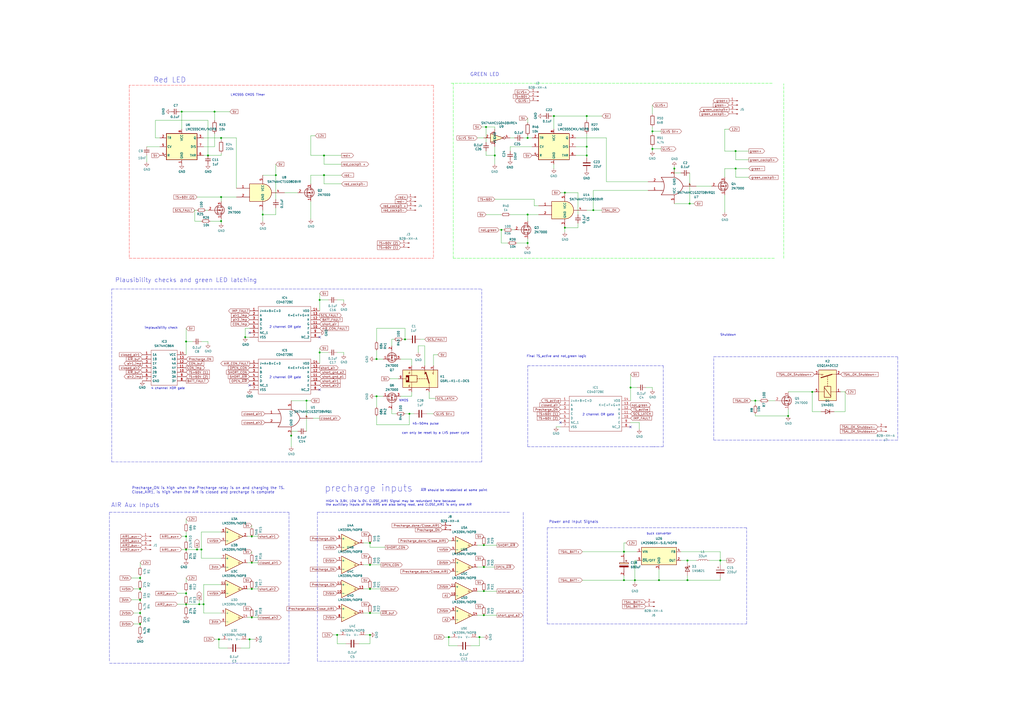
<source format=kicad_sch>
(kicad_sch (version 20231120) (generator "eeschema") (generator_version "8.0")
  (paper "A2")
  (title_block (comment 1 "Redesigned: Keelan Reilly"))
  (junction (at 327.66 111.76))
  (junction (at 306.07 124.46))
  (junction (at 128.27 114.3))
  (junction (at 378.46 76.2))
  (junction (at 426.72 87.63))
  (junction (at 214.63 355.6))
  (junction (at 361.95 320.04))
  (junction (at 417.83 325.12))
  (junction (at 185.42 204.47))
  (junction (at 128.27 128.27))
  (junction (at 457.2 241.3))
  (junction (at 280.67 342.9))
  (junction (at 280.67 356.87))
  (junction (at 471.17 227.33))
  (junction (at 214.63 341.63))
  (junction (at 260.35 369.57))
  (junction (at 281.94 73.66))
  (junction (at 278.13 369.57))
  (junction (at 177.8 232.41))
  (junction (at 114.3 318.77))
  (junction (at 120.65 90.17))
  (junction (at 321.31 67.31))
  (junction (at 234.95 196.85))
  (junction (at 107.95 198.12))
  (junction (at 378.46 86.36))
  (junction (at 287.02 90.17))
  (junction (at 124.46 64.77))
  (junction (at 105.41 64.77))
  (junction (at 340.36 85.09))
  (junction (at 146.05 311.15))
  (junction (at 214.63 327.66))
  (junction (at 128.27 80.01))
  (junction (at 146.05 326.39))
  (junction (at 214.63 368.3))
  (junction (at 237.49 240.03))
  (junction (at 81.28 335.28))
  (junction (at 185.42 173.99))
  (junction (at 146.05 341.63))
  (junction (at 344.17 121.92))
  (junction (at 81.28 361.95))
  (junction (at 142.24 195.58))
  (junction (at 382.27 336.55))
  (junction (at 152.4 124.46))
  (junction (at 107.95 350.52))
  (junction (at 398.78 325.12))
  (junction (at 127 370.84))
  (junction (at 361.95 336.55))
  (junction (at 107.95 311.15))
  (junction (at 368.3 336.55))
  (junction (at 81.28 347.98))
  (junction (at 214.63 314.96))
  (junction (at 306.07 80.01))
  (junction (at 168.91 252.73))
  (junction (at 340.36 67.31))
  (junction (at 340.36 90.17))
  (junction (at 146.05 358.14))
  (junction (at 400.05 118.11))
  (junction (at 81.28 355.6))
  (junction (at 280.67 328.93))
  (junction (at 107.95 318.77))
  (junction (at 365.76 224.79))
  (junction (at 187.96 101.6))
  (junction (at 398.78 336.55))
  (junction (at 280.67 316.23))
  (junction (at 187.96 90.17))
  (junction (at 327.66 132.08))
  (junction (at 144.78 370.84))
  (junction (at 195.58 368.3))
  (junction (at 160.02 101.6))
  (junction (at 81.28 341.63))
  (junction (at 107.95 344.17))
  (junction (at 426.72 97.79))
  (junction (at 218.44 229.87))
  (junction (at 115.57 350.52))
  (junction (at 438.15 232.41))
  (junction (at 218.44 208.28))
  (junction (at 118.11 350.52))
  (junction (at 391.16 97.79))
  (junction (at 306.07 140.97))
  (junction (at 290.83 133.35))
  (junction (at 116.84 318.77))
  (no_connect (at 144.78 193.04))
  (no_connect (at 325.12 245.11))
  (no_connect (at 144.78 223.52))
  (no_connect (at 185.42 195.58))
  (no_connect (at 365.76 247.65))
  (no_connect (at 185.42 226.06))
  (wire (pts (xy 210.82 355.6) (xy 214.63 355.6)))
  (wire (pts (xy 294.64 140.97) (xy 290.83 140.97)))
  (wire (pts (xy 280.67 342.9) (xy 288.29 342.9)))
  (wire (pts (xy 426.72 87.63) (xy 434.34 87.63)))
  (wire (pts (xy 483.87 238.76) (xy 490.22 238.76)))
  (wire (pts (xy 147.32 370.84) (xy 144.78 370.84)))
  (wire (pts (xy 139.7 375.92) (xy 144.78 375.92)))
  (wire (pts (xy 248.92 231.14) (xy 248.92 227.33)))
  (wire (pts (xy 254 205.74) (xy 251.46 205.74)))
  (wire (pts (xy 487.68 227.33) (xy 490.22 227.33)))
  (wire (pts (xy 114.3 318.77) (xy 116.84 318.77)))
  (wire (pts (xy 143.51 341.63) (xy 146.05 341.63)))
  (wire (pts (xy 303.53 80.01) (xy 306.07 80.01)))
  (wire (pts (xy 90.17 80.01) (xy 90.17 69.85)))
  (wire (pts (xy 143.51 358.14) (xy 146.05 358.14)))
  (wire (pts (xy 370.84 245.11) (xy 370.84 248.92)))
  (wire (pts (xy 417.83 325.12) (xy 421.64 325.12)))
  (wire (pts (xy 280.67 356.87) (xy 288.29 356.87)))
  (wire (pts (xy 214.63 373.38) (xy 214.63 368.3)))
  (polyline (pts (xy 414.02 255.27) (xy 414.02 207.01)) (stroke (width 0) (type dash)))
  (wire (pts (xy 378.46 60.96) (xy 378.46 66.04)))
  (wire (pts (xy 322.58 247.65) (xy 325.12 247.65)))
  (wire (pts (xy 118.11 339.09) (xy 118.11 350.52)))
  (wire (pts (xy 445.77 232.41) (xy 449.58 232.41)))
  (wire (pts (xy 165.1 111.76) (xy 172.72 111.76)))
  (wire (pts (xy 146.05 311.15) (xy 149.86 311.15)))
  (polyline (pts (xy 279.4 234.95) (xy 279.4 267.97)) (stroke (width 0) (type dash)))
  (wire (pts (xy 299.72 140.97) (xy 306.07 140.97)))
  (wire (pts (xy 335.28 132.08) (xy 327.66 132.08)))
  (wire (pts (xy 351.79 80.01) (xy 334.01 80.01)))
  (wire (pts (xy 378.46 86.36) (xy 383.54 86.36)))
  (wire (pts (xy 182.88 78.74) (xy 180.34 78.74)))
  (wire (pts (xy 287.02 90.17) (xy 287.02 95.25)))
  (wire (pts (xy 327.66 111.76) (xy 335.28 111.76)))
  (wire (pts (xy 218.44 229.87) (xy 218.44 236.22)))
  (wire (pts (xy 233.68 196.85) (xy 234.95 196.85)))
  (wire (pts (xy 160.02 95.25) (xy 160.02 101.6)))
  (wire (pts (xy 234.95 190.5) (xy 234.95 196.85)))
  (wire (pts (xy 327.66 132.08) (xy 327.66 134.62)))
  (wire (pts (xy 232.41 229.87) (xy 238.76 229.87)))
  (wire (pts (xy 124.46 64.77) (xy 124.46 69.85)))
  (wire (pts (xy 340.36 91.44) (xy 340.36 90.17)))
  (wire (pts (xy 281.94 73.66) (xy 281.94 82.55)))
  (wire (pts (xy 181.61 242.57) (xy 185.42 242.57)))
  (wire (pts (xy 394.97 320.04) (xy 417.83 320.04)))
  (wire (pts (xy 217.17 208.28) (xy 218.44 208.28)))
  (wire (pts (xy 251.46 240.03) (xy 247.65 240.03)))
  (wire (pts (xy 490.22 238.76) (xy 490.22 227.33)))
  (wire (pts (xy 340.36 77.47) (xy 340.36 85.09)))
  (wire (pts (xy 160.02 120.65) (xy 160.02 124.46)))
  (wire (pts (xy 199.39 205.74) (xy 199.39 204.47)))
  (wire (pts (xy 105.41 318.77) (xy 107.95 318.77)))
  (wire (pts (xy 242.57 200.66) (xy 242.57 204.47)))
  (wire (pts (xy 361.95 336.55) (xy 368.3 336.55)))
  (wire (pts (xy 420.37 74.93) (xy 420.37 87.63)))
  (wire (pts (xy 118.11 80.01) (xy 128.27 80.01)))
  (wire (pts (xy 227.33 196.85) (xy 227.33 200.66)))
  (wire (pts (xy 226.06 219.71) (xy 231.14 219.71)))
  (wire (pts (xy 85.09 85.09) (xy 92.71 85.09)))
  (wire (pts (xy 295.91 85.09) (xy 308.61 85.09)))
  (polyline (pts (xy 378.46 259.08) (xy 381 259.08)) (stroke (width 0) (type dash)))
  (wire (pts (xy 411.48 325.12) (xy 417.83 325.12)))
  (wire (pts (xy 102.87 350.52) (xy 107.95 350.52)))
  (wire (pts (xy 81.28 341.63) (xy 81.28 342.9)))
  (wire (pts (xy 104.14 64.77) (xy 105.41 64.77)))
  (wire (pts (xy 120.65 90.17) (xy 128.27 90.17)))
  (wire (pts (xy 114.3 317.5) (xy 114.3 318.77)))
  (wire (pts (xy 298.45 80.01) (xy 295.91 80.01)))
  (wire (pts (xy 214.63 317.5) (xy 223.52 317.5)))
  (wire (pts (xy 400.05 118.11) (xy 402.59 118.11)))
  (wire (pts (xy 81.28 361.95) (xy 81.28 363.22)))
  (wire (pts (xy 107.95 350.52) (xy 115.57 350.52)))
  (wire (pts (xy 146.05 326.39) (xy 149.86 326.39)))
  (wire (pts (xy 276.86 356.87) (xy 280.67 356.87)))
  (wire (pts (xy 81.28 347.98) (xy 81.28 349.25)))
  (wire (pts (xy 185.42 173.99) (xy 185.42 180.34)))
  (wire (pts (xy 81.28 326.39) (xy 81.28 328.93)))
  (polyline (pts (xy 262.89 149.86) (xy 262.89 48.26)) (stroke (width 0.152) (type dash) (color 0 255 0 1)))
  (polyline (pts (xy 63.5 384.81) (xy 167.64 384.81)) (stroke (width 0) (type dash)))
  (wire (pts (xy 128.27 80.01) (xy 128.27 81.28)))
  (wire (pts (xy 128.27 128.27) (xy 128.27 129.54)))
  (wire (pts (xy 398.78 326.39) (xy 398.78 325.12)))
  (wire (pts (xy 344.17 121.92) (xy 344.17 110.49)))
  (wire (pts (xy 306.07 124.46) (xy 306.07 128.27)))
  (wire (pts (xy 200.66 373.38) (xy 195.58 373.38)))
  (wire (pts (xy 128.27 323.85) (xy 116.84 323.85)))
  (wire (pts (xy 391.16 97.79) (xy 391.16 96.52)))
  (wire (pts (xy 107.95 190.5) (xy 107.95 198.12)))
  (wire (pts (xy 365.76 224.79) (xy 369.57 224.79)))
  (wire (pts (xy 105.41 311.15) (xy 107.95 311.15)))
  (wire (pts (xy 280.67 316.23) (xy 288.29 316.23)))
  (wire (pts (xy 168.91 252.73) (xy 168.91 250.19)))
  (wire (pts (xy 306.07 68.58) (xy 306.07 71.12)))
  (wire (pts (xy 309.88 119.38) (xy 312.42 119.38)))
  (wire (pts (xy 227.33 240.03) (xy 227.33 237.49)))
  (wire (pts (xy 295.91 124.46) (xy 306.07 124.46)))
  (wire (pts (xy 309.88 115.57) (xy 309.88 119.38)))
  (wire (pts (xy 142.24 190.5) (xy 142.24 195.58)))
  (wire (pts (xy 227.33 240.03) (xy 229.87 240.03)))
  (wire (pts (xy 280.67 80.01) (xy 276.86 80.01)))
  (wire (pts (xy 471.17 238.76) (xy 471.17 227.33)))
  (wire (pts (xy 185.42 173.99) (xy 190.5 173.99)))
  (wire (pts (xy 252.73 231.14) (xy 248.92 231.14)))
  (wire (pts (xy 77.47 355.6) (xy 81.28 355.6)))
  (wire (pts (xy 77.47 341.63) (xy 81.28 341.63)))
  (wire (pts (xy 146.05 341.63) (xy 149.86 341.63)))
  (wire (pts (xy 278.13 369.57) (xy 280.67 369.57)))
  (wire (pts (xy 222.25 229.87) (xy 218.44 229.87)))
  (wire (pts (xy 426.72 92.71) (xy 434.34 92.71)))
  (wire (pts (xy 281.94 73.66) (xy 287.02 73.66)))
  (wire (pts (xy 160.02 115.57) (xy 160.02 101.6)))
  (wire (pts (xy 102.87 344.17) (xy 107.95 344.17)))
  (wire (pts (xy 128.27 80.01) (xy 137.16 80.01)))
  (wire (pts (xy 107.95 311.15) (xy 107.95 308.61)))
  (wire (pts (xy 76.2 335.28) (xy 81.28 335.28)))
  (wire (pts (xy 193.04 368.3) (xy 195.58 368.3)))
  (wire (pts (xy 265.43 374.65) (xy 260.35 374.65)))
  (wire (pts (xy 420.37 97.79) (xy 426.72 97.79)))
  (wire (pts (xy 420.37 87.63) (xy 426.72 87.63)))
  (wire (pts (xy 435.61 232.41) (xy 438.15 232.41)))
  (wire (pts (xy 214.63 327.66) (xy 220.98 327.66)))
  (polyline (pts (xy 167.64 297.18) (xy 167.64 384.81)) (stroke (width 0) (type dash)))
  (wire (pts (xy 276.86 328.93) (xy 280.67 328.93)))
  (wire (pts (xy 434.34 97.79) (xy 426.72 97.79)))
  (wire (pts (xy 297.18 133.35) (xy 298.45 133.35)))
  (wire (pts (xy 218.44 246.38) (xy 237.49 246.38)))
  (wire (pts (xy 337.82 320.04) (xy 361.95 320.04)))
  (wire (pts (xy 340.36 90.17) (xy 334.01 90.17)))
  (wire (pts (xy 260.35 369.57) (xy 261.62 369.57)))
  (wire (pts (xy 382.27 330.2) (xy 382.27 336.55)))
  (wire (pts (xy 287.02 85.09) (xy 287.02 90.17)))
  (polyline (pts (xy 184.15 297.18) (xy 184.15 383.54)) (stroke (width 0) (type dash)))
  (wire (pts (xy 146.05 358.14) (xy 149.86 358.14)))
  (wire (pts (xy 457.2 237.49) (xy 457.2 241.3)))
  (wire (pts (xy 105.41 64.77) (xy 105.41 74.93)))
  (wire (pts (xy 426.72 102.87) (xy 434.34 102.87)))
  (polyline (pts (xy 63.5 297.18) (xy 63.5 383.54)) (stroke (width 0) (type dash)))
  (wire (pts (xy 438.15 240.03) (xy 438.15 241.3)))
  (wire (pts (xy 276.86 369.57) (xy 278.13 369.57)))
  (wire (pts (xy 118.11 355.6) (xy 128.27 355.6)))
  (wire (pts (xy 438.15 232.41) (xy 438.15 234.95)))
  (polyline (pts (xy 520.7 207.01) (xy 520.7 255.27)) (stroke (width 0) (type dash)))
  (wire (pts (xy 378.46 87.63) (xy 378.46 86.36)))
  (wire (pts (xy 210.82 327.66) (xy 214.63 327.66)))
  (wire (pts (xy 168.91 252.73) (xy 168.91 259.08)))
  (wire (pts (xy 81.28 355.6) (xy 81.28 356.87)))
  (wire (pts (xy 218.44 208.28) (xy 222.25 208.28)))
  (wire (pts (xy 276.86 316.23) (xy 280.67 316.23)))
  (wire (pts (xy 246.38 200.66) (xy 246.38 212.09)))
  (wire (pts (xy 218.44 190.5) (xy 218.44 198.12)))
  (wire (pts (xy 128.27 127) (xy 128.27 128.27)))
  (wire (pts (xy 81.28 354.33) (xy 81.28 355.6)))
  (wire (pts (xy 142.24 195.58) (xy 144.78 195.58)))
  (wire (pts (xy 398.78 334.01) (xy 398.78 336.55)))
  (wire (pts (xy 187.96 106.68) (xy 198.12 106.68)))
  (polyline (pts (xy 317.5 361.95) (xy 433.07 361.95)) (stroke (width 0) (type dash)))
  (polyline (pts (xy 64.77 234.95) (xy 64.77 167.64)) (stroke (width 0) (type dash)))
  (polyline (pts (xy 64.77 167.64) (xy 279.4 167.64)) (stroke (width 0) (type dash)))
  (wire (pts (xy 118.11 90.17) (xy 120.65 90.17)))
  (wire (pts (xy 287.02 74.93) (xy 287.02 73.66)))
  (wire (pts (xy 90.17 69.85) (xy 120.65 69.85)))
  (wire (pts (xy 152.4 128.27) (xy 152.4 124.46)))
  (polyline (pts (xy 261.62 48.26) (xy 448.31 48.26)) (stroke (width 0.152) (type dash) (color 1 255 0 1)))
  (polyline (pts (xy 306.07 259.08) (xy 306.07 212.09)) (stroke (width 0) (type dash)))
  (wire (pts (xy 321.31 67.31) (xy 321.31 74.93)))
  (wire (pts (xy 420.37 113.03) (xy 420.37 123.19)))
  (wire (pts (xy 214.63 355.6) (xy 220.98 355.6)))
  (wire (pts (xy 228.6 196.85) (xy 227.33 196.85)))
  (wire (pts (xy 321.31 95.25) (xy 321.31 97.79)))
  (wire (pts (xy 128.27 114.3) (xy 137.16 114.3)))
  (polyline (pts (xy 184.15 297.18) (xy 295.91 297.18)) (stroke (width 0) (type dash)))
  (wire (pts (xy 335.28 129.54) (xy 335.28 132.08)))
  (polyline (pts (xy 454.66 149.86) (xy 454.66 48.514)) (stroke (width 0.152) (type dash) (color 0 255 0 1)))
  (wire (pts (xy 365.76 217.17) (xy 365.76 224.79)))
  (wire (pts (xy 218.44 190.5) (xy 234.95 190.5)))
  (polyline (pts (xy 303.53 297.18) (xy 303.53 383.54)) (stroke (width 0) (type dash)))
  (wire (pts (xy 113.03 121.92) (xy 114.3 121.92)))
  (wire (pts (xy 306.07 124.46) (xy 312.42 124.46)))
  (wire (pts (xy 344.17 110.49) (xy 375.92 110.49)))
  (wire (pts (xy 128.27 114.3) (xy 128.27 116.84)))
  (wire (pts (xy 210.82 314.96) (xy 214.63 314.96)))
  (wire (pts (xy 471.17 227.33) (xy 472.44 227.33)))
  (wire (pts (xy 128.27 339.09) (xy 118.11 339.09)))
  (wire (pts (xy 118.11 355.6) (xy 118.11 350.52)))
  (wire (pts (xy 295.91 87.63) (xy 295.91 85.09)))
  (wire (pts (xy 400.05 100.33) (xy 400.05 118.11)))
  (wire (pts (xy 218.44 241.3) (xy 218.44 246.38)))
  (wire (pts (xy 120.65 90.17) (xy 120.65 69.85)))
  (wire (pts (xy 476.25 238.76) (xy 471.17 238.76)))
  (wire (pts (xy 306.07 140.97) (xy 306.07 142.24)))
  (polyline (pts (xy 520.7 255.27) (xy 487.68 255.27)) (stroke (width 0) (type dash)))
  (wire (pts (xy 417.83 320.04) (xy 417.83 325.12)))
  (polyline (pts (xy 433.07 361.95) (xy 433.07 306.07)) (stroke (width 0) (type dash)))
  (wire (pts (xy 260.35 374.65) (xy 260.35 369.57)))
  (wire (pts (xy 287.02 115.57) (xy 309.88 115.57)))
  (polyline (pts (xy 262.89 149.86) (xy 449.58 149.86)) (stroke (width 0.152) (type dash) (color 1 255 0 1)))
  (wire (pts (xy 116.84 323.85) (xy 116.84 318.77)))
  (wire (pts (xy 290.83 140.97) (xy 290.83 133.35)))
  (wire (pts (xy 143.51 326.39) (xy 146.05 326.39)))
  (wire (pts (xy 320.04 67.31) (xy 321.31 67.31)))
  (wire (pts (xy 340.36 67.31) (xy 349.25 67.31)))
  (wire (pts (xy 378.46 226.06) (xy 378.46 224.79)))
  (wire (pts (xy 289.56 133.35) (xy 290.83 133.35)))
  (wire (pts (xy 340.36 121.92) (xy 344.17 121.92)))
  (wire (pts (xy 116.84 308.61) (xy 128.27 308.61)))
  (wire (pts (xy 365.76 245.11) (xy 370.84 245.11)))
  (wire (pts (xy 334.01 85.09) (xy 340.36 85.09)))
  (wire (pts (xy 279.4 73.66) (xy 281.94 73.66)))
  (polyline (pts (xy 64.77 234.95) (xy 64.77 267.97)) (stroke (width 0) (type dash)))
  (wire (pts (xy 398.78 325.12) (xy 403.86 325.12)))
  (wire (pts (xy 344.17 121.92) (xy 349.25 121.92)))
  (wire (pts (xy 378.46 76.2) (xy 378.46 77.47)))
  (wire (pts (xy 144.78 375.92) (xy 144.78 370.84)))
  (wire (pts (xy 280.67 328.93) (xy 287.02 328.93)))
  (wire (pts (xy 208.28 373.38) (xy 214.63 373.38)))
  (wire (pts (xy 232.41 208.28) (xy 238.76 208.28)))
  (wire (pts (xy 306.07 80.01) (xy 306.07 78.74)))
  (wire (pts (xy 90.17 80.01) (xy 92.71 80.01)))
  (wire (pts (xy 144.78 370.84) (xy 143.51 370.84)))
  (wire (pts (xy 238.76 212.09) (xy 238.76 208.28)))
  (wire (pts (xy 273.05 374.65) (xy 278.13 374.65)))
  (wire (pts (xy 124.46 370.84) (xy 127 370.84)))
  (wire (pts (xy 168.91 250.19) (xy 172.72 250.19)))
  (polyline (pts (xy 433.07 306.07) (xy 317.5 306.07)) (stroke (width 0) (type dash)))
  (wire (pts (xy 195.58 173.99) (xy 199.39 173.99)))
  (wire (pts (xy 187.96 90.17) (xy 187.96 95.25)))
  (wire (pts (xy 107.95 311.15) (xy 107.95 313.69)))
  (wire (pts (xy 398.78 336.55) (xy 417.83 336.55)))
  (wire (pts (xy 403.86 107.95) (xy 412.75 107.95)))
  (wire (pts (xy 177.8 232.41) (xy 180.34 232.41)))
  (wire (pts (xy 351.79 105.41) (xy 375.92 105.41)))
  (wire (pts (xy 276.86 342.9) (xy 280.67 342.9)))
  (polyline (pts (xy 74.93 49.53) (xy 74.93 149.86)) (stroke (width 0.152) (type dash) (color 249 0 0 1)))
  (wire (pts (xy 246.38 200.66) (xy 242.57 200.66)))
  (wire (pts (xy 185.42 170.18) (xy 185.42 173.99)))
  (wire (pts (xy 234.95 196.85) (xy 236.22 196.85)))
  (wire (pts (xy 146.05 304.8) (xy 146.05 306.07)))
  (wire (pts (xy 168.91 232.41) (xy 177.8 232.41)))
  (wire (pts (xy 281.94 87.63) (xy 281.94 90.17)))
  (wire (pts (xy 361.95 334.01) (xy 361.95 336.55)))
  (polyline (pts (xy 74.93 149.86) (xy 251.46 149.86)) (stroke (width 0.152) (type dash) (color 249 0 0 1)))
  (wire (pts (xy 180.34 106.68) (xy 180.34 101.6)))
  (wire (pts (xy 325.12 111.76) (xy 327.66 111.76)))
  (wire (pts (xy 85.09 93.98) (xy 85.09 90.17)))
  (wire (pts (xy 217.17 229.87) (xy 218.44 229.87)))
  (wire (pts (xy 243.84 196.85) (xy 246.38 196.85)))
  (wire (pts (xy 107.95 300.99) (xy 107.95 303.53)))
  (wire (pts (xy 281.94 90.17) (xy 287.02 90.17)))
  (wire (pts (xy 391.16 118.11) (xy 400.05 118.11)))
  (wire (pts (xy 187.96 95.25) (xy 198.12 95.25)))
  (wire (pts (xy 378.46 76.2) (xy 383.54 76.2)))
  (wire (pts (xy 214.63 341.63) (xy 220.98 341.63)))
  (wire (pts (xy 361.95 320.04) (xy 369.57 320.04)))
  (wire (pts (xy 185.42 201.93) (xy 185.42 204.47)))
  (wire (pts (xy 426.72 97.79) (xy 426.72 102.87)))
  (polyline (pts (xy 486.41 255.27) (xy 414.02 255.27)) (stroke (width 0) (type dash)))
  (wire (pts (xy 146.05 320.04) (xy 146.05 321.31)))
  (wire (pts (xy 214.63 317.5) (xy 214.63 314.96)))
  (wire (pts (xy 234.95 240.03) (xy 237.49 240.03)))
  (wire (pts (xy 119.38 121.92) (xy 120.65 121.92)))
  (wire (pts (xy 116.84 128.27) (xy 113.03 128.27)))
  (wire (pts (xy 124.46 64.77) (xy 133.35 64.77)))
  (wire (pts (xy 127 370.84) (xy 128.27 370.84)))
  (wire (pts (xy 278.13 374.65) (xy 278.13 369.57)))
  (wire (pts (xy 143.51 311.15) (xy 146.05 311.15)))
  (wire (pts (xy 180.34 90.17) (xy 187.96 90.17)))
  (wire (pts (xy 187.96 101.6) (xy 198.12 101.6)))
  (wire (pts (xy 107.95 350.52) (xy 107.95 351.79)))
  (polyline (pts (xy 317.5 306.07) (xy 317.5 361.95)) (stroke (width 0) (type dash)))
  (wire (pts (xy 107.95 342.9) (xy 107.95 344.17)))
  (polyline (pts (xy 63.5 297.18) (xy 167.64 297.18)) (stroke (width 0) (type dash)))
  (wire (pts (xy 115.57 350.52) (xy 118.11 350.52)))
  (polyline (pts (xy 384.81 212.09) (xy 384.81 259.08)) (stroke (width 0) (type dash)))
  (wire (pts (xy 113.03 128.27) (xy 113.03 121.92)))
  (wire (pts (xy 180.34 78.74) (xy 180.34 90.17)))
  (wire (pts (xy 107.95 318.77) (xy 114.3 318.77)))
  (polyline (pts (xy 384.81 259.08) (xy 379.73 259.08)) (stroke (width 0) (type dash)))
  (wire (pts (xy 107.95 198.12) (xy 111.76 198.12)))
  (wire (pts (xy 124.46 64.77) (xy 105.41 64.77)))
  (wire (pts (xy 290.83 133.35) (xy 292.1 133.35)))
  (polyline (pts (xy 303.53 383.54) (xy 184.15 383.54)) (stroke (width 0) (type dash)))
  (wire (pts (xy 212.09 368.3) (xy 214.63 368.3)))
  (wire (pts (xy 378.46 73.66) (xy 378.46 76.2)))
  (wire (pts (xy 374.65 224.79) (xy 378.46 224.79)))
  (wire (pts (xy 210.82 341.63) (xy 214.63 341.63)))
  (wire (pts (xy 237.49 240.03) (xy 240.03 240.03)))
  (wire (pts (xy 180.34 116.84) (xy 180.34 127)))
  (wire (pts (xy 340.36 67.31) (xy 321.31 67.31)))
  (wire (pts (xy 438.15 241.3) (xy 457.2 241.3)))
  (wire (pts (xy 394.97 325.12) (xy 398.78 325.12)))
  (wire (pts (xy 76.2 347.98) (xy 81.28 347.98)))
  (wire (pts (xy 391.16 100.33) (xy 394.97 100.33)))
  (wire (pts (xy 185.42 204.47) (xy 185.42 210.82)))
  (wire (pts (xy 361.95 314.96) (xy 361.95 320.04)))
  (wire (pts (xy 368.3 337.82) (xy 368.3 336.55)))
  (wire (pts (xy 187.96 101.6) (xy 187.96 106.68)))
  (wire (pts (xy 185.42 204.47) (xy 190.5 204.47)))
  (wire (pts (xy 368.3 325.12) (xy 368.3 336.55)))
  (wire (pts (xy 124.46 77.47) (xy 124.46 85.09)))
  (wire (pts (xy 160.02 101.6) (xy 152.4 101.6)))
  (wire (pts (xy 180.34 101.6) (xy 187.96 101.6)))
  (polyline (pts (xy 64.77 267.97) (xy 265.43 267.97)) (stroke (width 0) (type dash)))
  (wire (pts (xy 128.27 90.17) (xy 128.27 88.9)))
  (wire (pts (xy 363.22 314.96) (xy 361.95 314.96)))
  (polyline (pts (xy 378.46 259.08) (xy 306.07 259.08)) (stroke (width 0) (type dash)))
  (polyline (pts (xy 414.02 207.01) (xy 520.7 207.01)) (stroke (width 0) (type dash)))
  (wire (pts (xy 257.81 369.57) (xy 260.35 369.57)))
  (wire (pts (xy 107.95 335.28) (xy 107.95 337.82)))
  (wire (pts (xy 137.16 80.01) (xy 137.16 109.22)))
  (wire (pts (xy 120.65 199.39) (xy 120.65 198.12)))
  (wire (pts (xy 195.58 368.3) (xy 196.85 368.3)))
  (wire (pts (xy 382.27 336.55) (xy 368.3 336.55)))
  (wire (pts (xy 438.15 232.41) (xy 440.69 232.41)))
  (wire (pts (xy 218.44 203.2) (xy 218.44 208.28)))
  (wire (pts (xy 369.57 325.12) (xy 368.3 325.12)))
  (wire (pts (xy 107.95 198.12) (xy 107.95 205.74)))
  (wire (pts (xy 195.58 204.47) (xy 199.39 204.47)))
  (wire (pts (xy 116.84 318.77) (xy 116.84 308.61)))
  (wire (pts (xy 340.36 85.09) (xy 340.36 90.17)))
  (polyline (pts (xy 306.07 212.09) (xy 384.81 212.09)) (stroke (width 0) (type dash)))
  (wire (pts (xy 107.95 344.17) (xy 107.95 345.44)))
  (wire (pts (xy 152.4 124.46) (xy 160.02 124.46)))
  (wire (pts (xy 417.83 335.28) (xy 417.83 336.55)))
  (wire (pts (xy 306.07 80.01) (xy 308.61 80.01)))
  (polyline (pts (xy 251.46 49.53) (xy 74.93 49.53)) (stroke (width 0.152) (type dash) (color 249 0 0 1)))
  (polyline (pts (xy 279.4 234.95) (xy 279.4 167.64)) (stroke (width 0) (type dash)))
  (wire (pts (xy 195.58 373.38) (xy 195.58 368.3)))
  (wire (pts (xy 365.76 224.79) (xy 365.76 232.41)))
  (wire (pts (xy 107.95 318.77) (xy 107.95 320.04)))
  (wire (pts (xy 382.27 336.55) (xy 398.78 336.55)))
  (wire (pts (xy 81.28 335.28) (xy 81.28 336.55)))
  (wire (pts (xy 306.07 138.43) (xy 306.07 140.97)))
  (wire (pts (xy 417.83 325.12) (xy 417.83 327.66)))
  (wire (pts (xy 132.08 375.92) (xy 127 375.92)))
  (wire (pts (xy 144.78 190.5) (xy 142.24 190.5)))
  (wire (pts (xy 238.76 229.87) (xy 238.76 227.33)))
  (wire (pts (xy 116.84 198.12) (xy 120.65 198.12)))
  (wire (pts (xy 335.28 124.46) (xy 335.28 111.76)))
  (wire (pts (xy 420.37 102.87) (xy 420.37 97.79)))
  (wire (pts (xy 121.92 128.27) (xy 128.27 128.27)))
  (wire (pts (xy 114.3 114.3) (xy 128.27 114.3)))
  (wire (pts (xy 351.79 80.01) (xy 351.79 105.41)))
  (wire (pts (xy 422.91 74.93) (xy 420.37 74.93)))
  (wire (pts (xy 391.16 97.79) (xy 391.16 100.33)))
  (wire (pts (xy 378.46 86.36) (xy 378.46 85.09)))
  (wire (pts (xy 77.47 361.95) (xy 81.28 361.95)))
  (wire (pts (xy 251.46 205.74) (xy 251.46 212.09)))
  (wire (pts (xy 115.57 347.98) (xy 115.57 350.52)))
  (polyline (pts (xy 486.41 255.27) (xy 488.95 255.27)) (stroke (width 0) (type dash)))
  (wire (pts (xy 337.82 336.55) (xy 361.95 336.55)))
  (wire (pts (xy 281.94 124.46) (xy 290.83 124.46)))
  (wire (pts (xy 124.46 85.09) (xy 118.11 85.09)))
  (polyline (pts (xy 279.4 267.97) (xy 265.43 267.97)) (stroke (width 0) (type dash)))
  (wire (pts (xy 127 375.92) (xy 127 370.84)))
  (wire (pts (xy 81.28 334.01) (xy 81.28 335.28)))
  (wire (pts (xy 187.96 90.17) (xy 198.12 90.17)))
  (wire (pts (xy 457.2 227.33) (xy 471.17 227.33)))
  (wire (pts (xy 237.49 246.38) (xy 237.49 240.03)))
  (wire (pts (xy 261.62 313.69) (xy 260.35 313.69)))
  (wire (pts (xy 199.39 175.26) (xy 199.39 173.99)))
  (wire (pts (xy 340.36 67.31) (xy 340.36 69.85)))
  (wire (pts (xy 177.8 250.19) (xy 177.8 232.41)))
  (wire (pts (xy 426.72 92.71) (xy 426.72 87.63)))
  (wire (pts (xy 361.95 320.04) (xy 361.95 321.31)))
  (polyline (pts (xy 251.46 49.53) (xy 251.46 149.86)) (stroke (width 0.152) (type dash) (color 249 0 0 1)))
  (wire (pts (xy 152.4 121.92) (xy 152.4 124.46)))
  (text "45-50ms pulse" (at 246.888 245.872 0) (effects (font (size 1.27 1.27))))
  (text "2 channel OR gate" (at 156.21 219.71 0) (effects (font (size 1.27 1.27)) (justify left bottom)))
  (text "precharge inputs\n\n" (at 188.214 292.1 0) (effects (font (size 4 4)) (justify left bottom)))
  (text "implausibility check" (at 93.472 190.246 0) (effects (font (size 1.27 1.27))))
  (text "NMOS" (at 234.188 232.41 0) (effects (font (size 1.27 1.27))))
  (text "can only be reset by a LVS power cycle" (at 252.73 251.206 0) (effects (font (size 1.27 1.27))))
  (text "buck converter" (at 382.27 309.626 0) (effects (font (size 1.27 1.27))))
  (text "Shutdown" (at 422.402 194.31 0) (effects (font (size 1.27 1.27))))
  (text "Plausibility checks and green LED latching" (at 66.802 164.084 0) (effects (font (size 2.5 2.5)) (justify left bottom)))
  (text "Final TS_active and not_green logic" (at 322.834 206.756 0) (effects (font (size 1.27 1.27))))
  (text "Precharge_ON is high when the Precharge relay is on and charging the TS.\nClose_AIR1, is high when the AIR is closed and precharge is complete" (at 76.454 286.512 0) (effects (font (size 1.524 1.524)) (justify left bottom)))
  (text "2 channel OR gate" (at 156.21 190.5 0) (effects (font (size 1.27 1.27)) (justify left bottom)))
  (text "Power and Input Signals" (at 332.74 302.768 0) (effects (font (size 1.524 1.524))))
  (text "2 channel OR gate" (at 337.82 241.3 0) (effects (font (size 1.27 1.27)) (justify left bottom)))
  (text "~{AIR} should be relabelled at some point" (at 263.398 284.48 0) (effects (font (size 1.27 1.27))))
  (text "GREEN LED" (at 289.56 44.45 0) (effects (font (size 2 2)) (justify right bottom)))
  (text "HIGH is 3.9V, LOW is 0V. CLOSE_AIR1 Signal may be redundant here because \nthe auxilliary inputs of the AIRS are also being read, and CLOSE_AIR1 is only one AIR" (at 188.976 293.624 0) (effects (font (size 1.27 1.27)) (justify left bottom)))
  (text "AIR Aux Inputs" (at 78.486 293.116 0) (effects (font (size 2.54 2.54))))
  (text "4 channel XOR gate" (at 87.63 226.06 0) (effects (font (size 1.27 1.27)) (justify left bottom)))
  (text "Red LED" (at 107.95 48.26 0) (effects (font (size 3 3)) (justify right bottom)))
  (text "LMC555 CMOS Timer" (at 143.764 55.118 0) (effects (font (size 1.27 1.27))))
  (global_label "SHORT_CON" (shape output) (at 223.52 317.5 0) (property "Intersheetrefs" "${INTERSHEET_REFS}" (effects (hide yes))))
  (global_label "OPEN_~{AIR}" (shape output) (at 287.02 328.93 0) (property "Intersheetrefs" "${INTERSHEET_REFS}" (effects (hide yes))))
  (global_label "SHORT_~{AIR}" (shape output) (at 288.29 316.23 0) (property "Intersheetrefs" "${INTERSHEET_REFS}" (effects (hide yes))))
  (global_label "5V" (shape input) (at 280.67 337.82 180) (property "Intersheetrefs" "${INTERSHEET_REFS}" (effects (hide yes))))
  (global_label "TSAL_OK_Shutdown+" (shape input) (at 509.27 250.19 180) (property "Intersheetrefs" "${INTERSHEET_REFS}" (effects (hide yes))))
  (global_label "AIR1_aux+" (shape input) (at 105.41 311.15 180) (property "Intersheetrefs" "${INTERSHEET_REFS}" (effects (hide yes))))
  (global_label "AIR2_aux-" (shape input) (at 82.55 316.23 180) (property "Intersheetrefs" "${INTERSHEET_REFS}" (effects (hide yes))))
  (global_label "OPEN_~{AIR}" (shape input) (at 144.78 220.98 180) (property "Intersheetrefs" "${INTERSHEET_REFS}" (effects (hide yes))))
  (global_label "green-" (shape input) (at 434.34 97.79 0) (property "Intersheetrefs" "${INTERSHEET_REFS}" (effects (hide yes))))
  (global_label "TS>60V (2)" (shape input) (at 107.95 218.44 0) (property "Intersheetrefs" "${INTERSHEET_REFS}" (effects (hide yes))))
  (global_label "air1_imp" (shape output) (at 82.55 210.82 180) (property "Intersheetrefs" "${INTERSHEET_REFS}" (effects (hide yes))))
  (global_label "2V5th" (shape input) (at 261.62 340.36 180) (property "Intersheetrefs" "${INTERSHEET_REFS}" (effects (hide yes))))
  (global_label "green-" (shape input) (at 422.91 60.96 180) (property "Intersheetrefs" "${INTERSHEET_REFS}" (effects (hide yes))))
  (global_label "2V5th" (shape input) (at 77.47 355.6 180) (property "Intersheetrefs" "${INTERSHEET_REFS}" (effects (hide yes))))
  (global_label "short_air2" (shape input) (at 185.42 223.52 0) (property "Intersheetrefs" "${INTERSHEET_REFS}" (effects (hide yes))))
  (global_label "Precharge_ON" (shape input) (at 195.58 312.42 180) (property "Intersheetrefs" "${INTERSHEET_REFS}" (effects (hide yes))))
  (global_label "red_cockpit-" (shape input) (at 198.12 106.68 0) (property "Intersheetrefs" "${INTERSHEET_REFS}" (effects (hide yes))))
  (global_label "TSAL_BATT+" (shape input) (at 337.82 320.04 180) (property "Intersheetrefs" "${INTERSHEET_REFS}" (effects (hide yes))))
  (global_label "short_gnd_a1" (shape input) (at 185.42 218.44 0) (property "Intersheetrefs" "${INTERSHEET_REFS}" (effects (hide yes))))
  (global_label "5V" (shape input) (at 280.67 323.85 180) (property "Intersheetrefs" "${INTERSHEET_REFS}" (effects (hide yes))))
  (global_label "5V" (shape input) (at 146.05 320.04 180) (property "Intersheetrefs" "${INTERSHEET_REFS}" (effects (hide yes))))
  (global_label "short_air2" (shape output) (at 149.86 341.63 0) (property "Intersheetrefs" "${INTERSHEET_REFS}" (effects (hide yes))))
  (global_label "OPEN_CON" (shape output) (at 220.98 327.66 0) (property "Intersheetrefs" "${INTERSHEET_REFS}" (effects (hide yes))))
  (global_label "5V" (shape input) (at 107.95 190.5 0) (property "Intersheetrefs" "${INTERSHEET_REFS}" (effects (hide yes))))
  (global_label "closed_air2" (shape output) (at 149.86 358.14 0) (property "Intersheetrefs" "${INTERSHEET_REFS}" (effects (hide yes))))
  (global_label "12V" (shape input) (at 182.88 78.74 0) (property "Intersheetrefs" "${INTERSHEET_REFS}" (effects (hide yes))))
  (global_label "TSAL_OK" (shape output) (at 349.25 121.92 0) (property "Intersheetrefs" "${INTERSHEET_REFS}" (effects (hide yes))))
  (global_label "CON_buf" (shape input) (at 107.95 210.82 0) (property "Intersheetrefs" "${INTERSHEET_REFS}" (effects (hide yes))))
  (global_label "5V" (shape input) (at 279.4 73.66 180) (property "Intersheetrefs" "${INTERSHEET_REFS}" (effects (hide yes))))
  (global_label "TS>60V (2)" (shape input) (at 114.3 114.3 180) (property "Intersheetrefs" "${INTERSHEET_REFS}" (effects (hide yes))))
  (global_label "green+" (shape output) (at 434.34 87.63 0) (property "Intersheetrefs" "${INTERSHEET_REFS}" (effects (hide yes))))
  (global_label "SCS_LATCH" (shape input) (at 365.76 240.03 0) (property "Intersheetrefs" "${INTERSHEET_REFS}" (effects (hide yes))))
  (global_label "TSAL_BATT+" (shape input) (at 374.65 349.25 180) (property "Intersheetrefs" "${INTERSHEET_REFS}" (effects (hide yes))))
  (global_label "CON_buf" (shape output) (at 220.98 341.63 0) (property "Intersheetrefs" "${INTERSHEET_REFS}" (effects (hide yes))))
  (global_label "GLVS 5V+" (shape output) (at 383.54 76.2 0) (property "Intersheetrefs" "${INTERSHEET_REFS}" (effects (hide yes))))
  (global_label "TS<60V" (shape input) (at 307.34 55.88 180) (property "Intersheetrefs" "${INTERSHEET_REFS}" (effects (hide yes))))
  (global_label "5V" (shape input) (at 146.05 336.55 180) (property "Intersheetrefs" "${INTERSHEET_REFS}" (effects (hide yes))))
  (global_label "TSAL_BATT-" (shape input) (at 374.65 351.79 180) (property "Intersheetrefs" "${INTERSHEET_REFS}" (effects (hide yes))))
  (global_label "closed_air" (shape input) (at 325.12 234.95 180) (property "Intersheetrefs" "${INTERSHEET_REFS}" (effects (hide yes))))
  (global_label "short_air" (shape input) (at 185.42 187.96 0) (property "Intersheetrefs" "${INTERSHEET_REFS}" (effects (hide yes))))
  (global_label "12V" (shape input) (at 107.95 335.28 0) (property "Intersheetrefs" "${INTERSHEET_REFS}" (effects (hide yes))))
  (global_label "5V" (shape input) (at 146.05 304.8 180) (property "Intersheetrefs" "${INTERSHEET_REFS}" (effects (hide yes))))
  (global_label "closed_air2" (shape input) (at 82.55 213.36 180) (property "Intersheetrefs" "${INTERSHEET_REFS}" (effects (hide yes))))
  (global_label "red-" (shape input) (at 198.12 101.6 0) (property "Intersheetrefs" "${INTERSHEET_REFS}" (effects (hide yes))))
  (global_label "A1" (shape output) (at 114.3 317.5 90) (property "Intersheetrefs" "${INTERSHEET_REFS}" (effects (hide yes))))
  (global_label "Precharge_done{slash}Close_AIR1" (shape input) (at 256.54 304.8 180) (property "Intersheetrefs" "${INTERSHEET_REFS}" (effects (hide yes))))
  (global_label "0V5th" (shape input) (at 195.58 325.12 180) (property "Intersheetrefs" "${INTERSHEET_REFS}" (effects (hide yes))))
  (global_label "AIR2_aux-" (shape input) (at 102.87 350.52 180) (property "Intersheetrefs" "${INTERSHEET_REFS}" (effects (hide yes))))
  (global_label "closed_air1" (shape input) (at 82.55 205.74 180) (property "Intersheetrefs" "${INTERSHEET_REFS}" (effects (hide yes))))
  (global_label "short_gnd_a2" (shape input) (at 185.42 215.9 0) (property "Intersheetrefs" "${INTERSHEET_REFS}" (effects (hide yes))))
  (global_label "2V5th" (shape input) (at 195.58 358.14 180) (property "Intersheetrefs" "${INTERSHEET_REFS}" (effects (hide yes))))
  (global_label "SCS_FAULT" (shape output) (at 185.42 182.88 0) (property "Intersheetrefs" "${INTERSHEET_REFS}" (effects (hide yes))))
  (global_label "TS_active" (shape input) (at 365.76 237.49 0) (property "Intersheetrefs" "${INTERSHEET_REFS}" (effects (hide yes))))
  (global_label "short_air1" (shape input) (at 185.42 220.98 0) (property "Intersheetrefs" "${INTERSHEET_REFS}" (effects (hide yes))))
  (global_label "air2_imp" (shape output) (at 82.55 218.44 180) (property "Intersheetrefs" "${INTERSHEET_REFS}" (effects (hide yes))))
  (global_label "red_cockpit +" (shape output) (at 198.12 95.25 0) (property "Intersheetrefs" "${INTERSHEET_REFS}" (effects (hide yes))))
  (global_label "SHORT_CON" (shape input) (at 144.78 215.9 180) (property "Intersheetrefs" "${INTERSHEET_REFS}" (effects (hide yes))))
  (global_label "air1_imp" (shape input) (at 144.78 182.88 180) (property "Intersheetrefs" "${INTERSHEET_REFS}" (effects (hide yes))))
  (global_label "5V" (shape input) (at 365.76 217.17 0) (property "Intersheetrefs" "${INTERSHEET_REFS}" (effects (hide yes))))
  (global_label "short_air" (shape output) (at 185.42 213.36 0) (property "Intersheetrefs" "${INTERSHEET_REFS}" (effects (hide yes))))
  (global_label "GLVS 5V+" (shape input) (at 251.46 240.03 0) (property "Intersheetrefs" "${INTERSHEET_REFS}" (effects (hide yes))))
  (global_label "not_green" (shape output) (at 365.76 234.95 0) (property "Intersheetrefs" "${INTERSHEET_REFS}" (effects (hide yes))))
  (global_label "green_cockpit-" (shape input) (at 434.34 102.87 0) (property "Intersheetrefs" "${INTERSHEET_REFS}" (effects (hide yes))))
  (global_label "4V5th" (shape input) (at 77.47 341.63 180) (property "Intersheetrefs" "${INTERSHEET_REFS}" (effects (hide yes))))
  (global_label "AIR1_aux-" (shape input) (at 82.55 311.15 180) (property "Intersheetrefs" "${INTERSHEET_REFS}" (effects (hide yes))))
  (global_label "5V" (shape input) (at 254 205.74 0) (property "Intersheetrefs" "${INTERSHEET_REFS}" (effects (hide yes))))
  (global_label "5V" (shape output) (at 421.64 325.12 0) (property "Intersheetrefs" "${INTERSHEET_REFS}" (effects (hide yes))))
  (global_label "green_cockpit+" (shape output) (at 422.91 63.5 180) (property "Intersheetrefs" "${INTERSHEET_REFS}" (effects (hide yes))))
  (global_label "5V" (shape input) (at 214.63 350.52 180) (property "Intersheetrefs" "${INTERSHEET_REFS}" (effects (hide yes))))
  (global_label "0V5th" (shape input) (at 261.62 326.39 180) (property "Intersheetrefs" "${INTERSHEET_REFS}" (effects (hide yes))))
  (global_label "5V" (shape input) (at 180.34 232.41 0) (property "Intersheetrefs" "${INTERSHEET_REFS}" (effects (hide yes))))
  (global_label "4V5th" (shape input) (at 128.27 313.69 180) (property "Intersheetrefs" "${INTERSHEET_REFS}" (effects (hide yes))))
  (global_label "~{AIR}_buf" (shape input) (at 82.55 208.28 180) (property "Intersheetrefs" "${INTERSHEET_REFS}" (effects (hide yes))))
  (global_label "3Vth" (shape input) (at 128.27 328.93 180) (property "Intersheetrefs" "${INTERSHEET_REFS}" (effects (hide yes))))
  (global_label "5V" (shape input) (at 306.07 68.58 180) (property "Intersheetrefs" "${INTERSHEET_REFS}" (effects (hide yes))))
  (global_label "5V" (shape input) (at 214.63 309.88 180) (property "Intersheetrefs" "${INTERSHEET_REFS}" (effects (hide yes))))
  (global_label "5V" (shape input) (at 402.59 118.11 0) (property "Intersheetrefs" "${INTERSHEET_REFS}" (effects (hide yes))))
  (global_label "5V" (shape input) (at 146.05 353.06 180) (property "Intersheetrefs" "${INTERSHEET_REFS}" (effects (hide yes))))
  (global_label "5V" (shape input) (at 325.12 111.76 180) (property "Intersheetrefs" "${INTERSHEET_REFS}" (effects (hide yes))))
  (global_label "Precharge_done{slash}Close_AIR1" (shape input) (at 195.58 353.06 180) (property "Intersheetrefs" "${INTERSHEET_REFS}" (effects (hide yes))))
  (global_label "red+" (shape output) (at 198.12 90.17 0) (property "Intersheetrefs" "${INTERSHEET_REFS}" (effects (hide yes))))
  (global_label "CON_imp" (shape input) (at 144.78 187.96 180) (property "Intersheetrefs" "${INTERSHEET_REFS}" (effects (hide yes))))
  (global_label "~{AIR}_buf" (shape input) (at 82.55 215.9 180) (property "Intersheetrefs" "${INTERSHEET_REFS}" (effects (hide yes))))
  (global_label "short_air1" (shape output) (at 149.86 311.15 0) (property "Intersheetrefs" "${INTERSHEET_REFS}" (effects (hide yes))))
  (global_label "5V" (shape input) (at 280.67 311.15 180) (property "Intersheetrefs" "${INTERSHEET_REFS}" (effects (hide yes))))
  (global_label "5V" (shape input) (at 185.42 201.93 0) (property "Intersheetrefs" "${INTERSHEET_REFS}" (effects (hide yes))))
  (global_label "AIR_CON_FAULT" (shape input) (at 185.42 190.5 0) (property "Intersheetrefs" "${INTERSHEET_REFS}" (effects (hide yes))))
  (global_label "OPEN_CON" (shape input) (at 144.78 213.36 180) (property "Intersheetrefs" "${INTERSHEET_REFS}" (effects (hide yes))))
  (global_label "TSAL_OK_Shutdown-" (shape input) (at 487.68 217.17 0) (property "Intersheetrefs" "${INTERSHEET_REFS}" (effects (hide yes))))
  (global_label "SHORT_~{AIR}" (shape input) (at 144.78 218.44 180) (property "Intersheetrefs" "${INTERSHEET_REFS}" (effects (hide yes))))
  (global_label "2V5th" (shape input) (at 261.62 354.33 180) (property "Intersheetrefs" "${INTERSHEET_REFS}" (effects (hide yes))))
  (global_label "TS<60V" (shape input) (at 287.02 115.57 180) (property "Intersheetrefs" "${INTERSHEET_REFS}" (effects (hide yes))))
  (global_label "SCS_FAULT" (shape input) (at 113.03 121.92 180) (property "Intersheetrefs" "${INTERSHEET_REFS}" (effects (hide yes))))
  (global_label "GLVS+" (shape input) (at 378.46 60.96 0) (property "Intersheetrefs" "${INTERSHEET_REFS}" (effects (hide yes))))
  (global_label "red_cockpit-" (shape input) (at 236.22 121.92 180) (property "Intersheetrefs" "${INTERSHEET_REFS}" (effects (hide yes))))
  (global_label "TS>60V (2)" (shape input) (at 325.12 242.57 180) (property "Intersheetrefs" "${INTERSHEET_REFS}" (effects (hide yes))))
  (global_label "12V" (shape input) (at 422.91 74.93 0) (property "Intersheetrefs" "${INTERSHEET_REFS}" (effects (hide yes))))
  (global_label "12V" (shape input) (at 363.22 314.96 0) (property "Intersheetrefs" "${INTERSHEET_REFS}" (effects (hide yes))))
  (global_label "7Vth" (shape input) (at 76.2 335.28 180) (property "Intersheetrefs" "${INTERSHEET_REFS}" (effects (hide yes))))
  (global_label "BATT_FAULT" (shape input) (at 185.42 185.42 0) (property "Intersheetrefs" "${INTERSHEET_REFS}" (effects (hide yes))))
  (global_label "IMP_FAULT" (shape output) (at 144.78 180.34 180) (property "Intersheetrefs" "${INTERSHEET_REFS}" (effects (hide yes))))
  (global_label "5V" (shape input) (at 214.63 322.58 180) (property "Intersheetrefs" "${INTERSHEET_REFS}" (effects (hide yes))))
  (global_label "4V5th" (shape input) (at 261.62 318.77 180) (property "Intersheetrefs" "${INTERSHEET_REFS}" (effects (hide yes))))
  (global_label "TSAL_BATT-" (shape input) (at 337.82 336.55 180) (property "Intersheetrefs" "${INTERSHEET_REFS}" (effects (hide yes))))
  (global_label "SCS_LATCH" (shape output) (at 252.73 231.14 0) (property "Intersheetrefs" "${INTERSHEET_REFS}" (effects (hide yes))))
  (global_label "TS>60V (1)" (shape input) (at 107.95 215.9 0) (property "Intersheetrefs" "${INTERSHEET_REFS}" (effects (hide yes))))
  (global_label "5V" (shape input) (at 349.25 67.31 0) (property "Intersheetrefs" "${INTERSHEET_REFS}" (effects (hide yes))))
  (global_label "TS>60V (1)" (shape input) (at 232.41 143.51 180) (property "Intersheetrefs" "${INTERSHEET_REFS}" (effects (hide yes))))
  (global_label "green_cockpit-" (shape input) (at 422.91 66.04 180) (property "Intersheetrefs" "${INTERSHEET_REFS}" (effects (hide yes))))
  (global_label "12V" (shape input) (at 490.22 227.33 0) (property "Intersheetrefs" "${INTERSHEET_REFS}" (effects (hide yes))))
  (global_label "4V5th" (shape input) (at 195.58 317.5 180) (property "Intersheetrefs" "${INTERSHEET_REFS}" (effects (hide yes))))
  (global_label "IMP_FAULT" (shape input) (at 365.76 242.57 0) (property "Intersheetrefs" "${INTERSHEET_REFS}" (effects (hide yes))))
  (global_label "closed_air" (shape output) (at 185.42 242.57 0) (property "Intersheetrefs" "${INTERSHEET_REFS}" (effects (hide yes))))
  (global_label "5V" (shape input) (at 280.67 351.79 180) (property "Intersheetrefs" "${INTERSHEET_REFS}" (effects (hide yes))))
  (global_label "~{AIR}_buf" (shape output) (at 220.98 355.6 0) (property "Intersheetrefs" "${INTERSHEET_REFS}" (effects (hide yes))))
  (global_label "short_gnd_a2" (shape output) (at 288.29 356.87 0) (property "Intersheetrefs" "${INTERSHEET_REFS}" (effects (hide yes))))
  (global_label "12V" (shape input) (at 257.81 369.57 180) (property "Intersheetrefs" "${INTERSHEET_REFS}" (effects (hide yes))))
  (global_label "green_cockpit+" (shape output) (at 434.34 92.71 0) (property "Intersheetrefs" "${INTERSHEET_REFS}" (effects (hide yes))))
  (global_label "5V" (shape input) (at 214.63 336.55 180) (property "Intersheetrefs" "${INTERSHEET_REFS}" (effects (hide yes))))
  (global_label "TSAL_OK_Shutdown-" (shape input) (at 509.27 247.65 180) (property "Intersheetrefs" "${INTERSHEET_REFS}" (effects (hide yes))))
  (global_label "Precharge_done{slash}Close_AIR1" (shape input) (at 260.35 313.69 180) (property "Intersheetrefs" "${INTERSHEET_REFS}" (effects (hide yes))))
  (global_label "not_green" (shape input) (at 289.56 133.35 180) (property "Intersheetrefs" "${INTERSHEET_REFS}" (effects (hide yes))))
  (global_label "Precharge_done{slash}Close_AIR1" (shape input) (at 261.62 331.47 180) (property "Intersheetrefs" "${INTERSHEET_REFS}" (effects (hide yes))))
  (global_label "Precharge_ON" (shape input) (at 195.58 330.2 180) (property "Intersheetrefs" "${INTERSHEET_REFS}" (effects (hide yes))))
  (global_label "A2" (shape output) (at 115.57 347.98 90) (property "Intersheetrefs" "${INTERSHEET_REFS}" (effects (hide yes))))
  (global_label "5V" (shape input) (at 92.71 90.17 180) (property "Intersheetrefs" "${INTERSHEET_REFS}" (effects (hide yes))))
  (global_label "12V" (shape input) (at 107.95 300.99 0) (property "Intersheetrefs" "${INTERSHEET_REFS}" (effects (hide yes))))
  (global_label "TSAL_OK_Shutdown+" (shape input) (at 472.44 217.17 180) (property "Intersheetrefs" "${INTERSHEET_REFS}" (effects (hide yes))))
  (global_label "12V" (shape input) (at 193.04 368.3 180) (property "Intersheetrefs" "${INTERSHEET_REFS}" (effects (hide yes))))
  (global_label "Precharge_ON" (shape input) (at 256.54 307.34 180) (property "Intersheetrefs" "${INTERSHEET_REFS}" (effects (hide yes))))
  (global_label "closed_air2" (shape input) (at 153.67 245.11 180) (property "Intersheetrefs" "${INTERSHEET_REFS}" (effects (hide yes))))
  (global_label "AIR2_aux+" (shape input) (at 82.55 318.77 180) (property "Intersheetrefs" "${INTERSHEET_REFS}" (effects (hide yes))))
  (global_label "GLVS+" (shape input) (at 307.34 53.34 180) (property "Intersheetrefs" "${INTERSHEET_REFS}" (effects (hide yes))))
  (global_label "5V" (shape input) (at 133.35 64.77 0) (property "Intersheetrefs" "${INTERSHEET_REFS}" (effects (hide yes))))
  (global_label "5V" (shape input) (at 226.06 219.71 180) (property "Intersheetrefs" "${INTERSHEET_REFS}" (effects (hide yes))))
  (global_label "5V" (shape input) (at 308.61 90.17 180) (property "Intersheetrefs" "${INTERSHEET_REFS}" (effects (hide yes))))
  (global_label "SCS_FAULT" (shape input) (at 246.38 196.85 0) (property "Intersheetrefs" "${INTERSHEET_REFS}" (effects (hide yes))))
  (global_label "TS_active" (shape output) (at 325.12 232.41 180) (property "Intersheetrefs" "${INTERSHEET_REFS}" (effects (hide yes))))
  (global_label "AIR1_aux-" (shape input) (at 105.41 318.77 180) (property "Intersheetrefs" "${INTERSHEET_REFS}" (effects (hide yes))))
  (global_label "Precharge_ON" (shape input) (at 325.12 237.49 180) (property "Intersheetrefs" "${INTERSHEET_REFS}" (effects (hide yes))))
  (global_label "AIR_CON_FAULT" (shape output) (at 144.78 210.82 180) (property "Intersheetrefs" "${INTERSHEET_REFS}" (effects (hide yes))))
  (global_label "red-" (shape input) (at 236.22 116.84 180) (property "Intersheetrefs" "${INTERSHEET_REFS}" (effects (hide yes))))
  (global_label "TSAL_OK" (shape input) (at 435.61 232.41 180) (property "Intersheetrefs" "${INTERSHEET_REFS}" (effects (hide yes))))
  (global_label "red+" (shape output) (at 236.22 114.3 180) (property "Intersheetrefs" "${INTERSHEET_REFS}" (effects (hide yes))))
  (global_label "12V" (shape input) (at 124.46 370.84 180) (property "Intersheetrefs" "${INTERSHEET_REFS}" (effects (hide yes))))
  (global_label "green+" (shape output) (at 422.91 58.42 180) (property "Intersheetrefs" "${INTERSHEET_REFS}" (effects (hide yes))))
  (global_label "A2" (shape input) (at 261.62 359.41 180) (property "Intersheetrefs" "${INTERSHEET_REFS}" (effects (hide yes))))
  (global_label "3Vth" (shape input) (at 76.2 347.98 180) (property "Intersheetrefs" "${INTERSHEET_REFS}" (effects (hide yes))))
  (global_label "GLVS-" (shape output) (at 307.34 58.42 180) (property "Intersheetrefs" "${INTERSHEET_REFS}" (effects (hide yes))))
  (global_label "short_gnd_a1" (shape output) (at 288.29 342.9 0) (property "Intersheetrefs" "${INTERSHEET_REFS}" (effects (hide yes))))
  (global_label "5V" (shape input) (at 185.42 170.18 0) (property "Intersheetrefs" "${INTERSHEET_REFS}" (effects (hide yes))))
  (global_label "closed_air1" (shape output) (at 149.86 326.39 0) (property "Intersheetrefs" "${INTERSHEET_REFS}" (effects (hide yes))))
  (global_label "Precharge_ON" (shape input) (at 107.95 208.28 0) (property "Intersheetrefs" "${INTERSHEET_REFS}" (effects (hide yes))))
  (global_label "CON_imp" (shape output) (at 107.95 213.36 0) (property "Intersheetrefs" "${INTERSHEET_REFS}" (effects (hide yes))))
  (global_label "GLVS-" (shape output) (at 383.54 86.36 0) (property "Intersheetrefs" "${INTERSHEET_REFS}" (effects (hide yes))))
  (global_label "BATT_FAULT" (shape output) (at 107.95 220.98 0) (property "Intersheetrefs" "${INTERSHEET_REFS}" (effects (hide yes))))
  (global_label "0V5th" (shape input) (at 77.47 361.95 180) (property "Intersheetrefs" "${INTERSHEET_REFS}" (effects (hide yes))))
  (global_label "2V5th" (shape input) (at 195.58 344.17 180) (property "Intersheetrefs" "${INTERSHEET_REFS}" (effects (hide yes))))
  (global_label "TS>60V (1)" (shape input) (at 325.12 240.03 180) (property "Intersheetrefs" "${INTERSHEET_REFS}" (effects (hide yes))))
  (global_label "A1" (shape input) (at 261.62 345.44 180) (property "Intersheetrefs" "${INTERSHEET_REFS}" (effects (hide yes))))
  (global_label "4V5th" (shape input) (at 128.27 344.17 180) (property "Intersheetrefs" "${INTERSHEET_REFS}" (effects (hide yes))))
  (global_label "AIR1_aux+" (shape input) (at 82.55 313.69 180) (property "Intersheetrefs" "${INTERSHEET_REFS}" (effects (hide yes))))
  (global_label "TS>60V (2)" (shape input) (at 232.41 140.97 180) (property "Intersheetrefs" "${INTERSHEET_REFS}" (effects (hide yes))))
  (global_label "air2_imp" (shape input) (at 144.78 185.42 180) (property "Intersheetrefs" "${INTERSHEET_REFS}" (effects (hide yes))))
  (global_label "Precharge_ON" (shape input) (at 195.58 339.09 180) (property "Intersheetrefs" "${INTERSHEET_REFS}" (effects (hide yes))))
  (global_label "12V" (shape input) (at 81.28 326.39 0) (property "Intersheetrefs" "${INTERSHEET_REFS}" (effects (hide yes))))
  (global_label "5V" (shape input) (at 281.94 124.46 180) (property "Intersheetrefs" "${INTERSHEET_REFS}" (effects (hide yes))))
  (global_label "red_cockpit +" (shape output) (at 236.22 119.38 180) (property "Intersheetrefs" "${INTERSHEET_REFS}" (effects (hide yes))))
  (global_label "3Vth" (shape input) (at 128.27 360.68 180) (property "Intersheetrefs" "${INTERSHEET_REFS}" (effects (hide yes))))
  (global_label "AIR2_aux+" (shape input) (at 102.87 344.17 180) (property "Intersheetrefs" "${INTERSHEET_REFS}" (effects (hide yes))))
  (global_label "GLVS 5V+" (shape input) (at 276.86 80.01 180) (property "Intersheetrefs" "${INTERSHEET_REFS}" (effects (hide yes))))
  (global_label "5V" (shape input) (at 160.02 95.25 0) (property "Intersheetrefs" "${INTERSHEET_REFS}" (effects (hide yes))))
  (global_label "closed_air1" (shape input) (at 153.67 240.03 180) (property "Intersheetrefs" "${INTERSHEET_REFS}" (effects (hide yes))))
  (symbol (lib_id "Comparator:LM339") (at 269.24 367.03 90) (unit 5)
    (property "Reference" "U5" (at 269.24 364.49 90))
    (property "Value" "LM339N/NOPB" (at 269.24 367.03 90))
    (property "Footprint" "LM339N:DIP794W53P254L1930H508Q14N" (effects (hide yes)))
    (property "Datasheet" "https://www.ti.com/lit/gpn/lm339-n" (effects (hide yes)))
    (property "Description" "Quad Differential Comparators, PDIP-14" (effects (hide yes)))
    (property "Part Number" "LM339N/NOPB" (effects (hide yes)))
  )
  (symbol (lib_id "tsal-rescue:R_Small-Device") (at 81.28 339.09 180) (unit 1)
    (property "Reference" "R2" (at 86.2584 339.09 90))
    (property "Value" "27k" (at 83.947 339.09 90))
    (property "Footprint" "Resistor_THT:R_Axial_DIN0207_L6.3mm_D2.5mm_P10.16mm_Horizontal" (effects (hide yes)))
    (property "Datasheet" "https://www.farnell.com/datasheets/3436052.pdf?_gl=1*j4k0i6*_gcl_au*OTY1ODIxNDc3LjE3MzU0MDg2OTk" (effects (hide yes)))
    (property "Part Number" "MCF 0.25W 27K" (effects (hide yes)))
  )
  (symbol (lib_id "tsal-rescue:C_Small-Device") (at 295.91 90.17 0) (mirror y) (unit 1)
    (property "Reference" "C24" (at 292.354 91.186 90) (effects (justify left)))
    (property "Value" "10nF" (at 298.958 92.964 90) (effects (justify left)))
    (property "Footprint" "FA14_Capacitor:FA18X7R1H104KNU00" (effects (hide yes)))
    (property "Datasheet" "http://www.farnell.com/datasheets/2923220.pdf" (effects (hide yes)))
    (property "Part Number" "FA18X7R2A103KNU00" (effects (hide yes)))
  )
  (symbol (lib_id "Connector:Conn_01x04_Pin") (at 427.99 60.96 0) (mirror y) (unit 1)
    (property "Reference" "J5" (at 429.26 63.5001 0) (effects (justify right)))
    (property "Value" "B4B-XH-A" (effects (hide yes)))
    (property "Footprint" "Connector_JST:JST_XH_B4B-XH-A_1x04_P2.50mm_Vertical" (effects (hide yes)))
    (property "Datasheet" "https://www.jst-mfg.com/product/pdf/eng/eXH.pdf" (effects (hide yes)))
    (property "Description" "Generic connector, single row, 01x04, script generated" (effects (hide yes)))
    (property "Part Number" "B4B-XH-A" (effects (hide yes)))
  )
  (symbol (lib_id "Device:C") (at 240.03 196.85 90) (unit 1)
    (property "Reference" "C1" (at 240.03 189.23 90))
    (property "Value" "1uF" (at 240.03 191.77 90))
    (property "Footprint" "FA14_Capacitor:FA18X7R1H104KNU00" (effects (hide yes)))
    (property "Datasheet" "http://www.farnell.com/datasheets/2923220.pdf" (effects (hide yes)))
    (property "Description" "Unpolarized capacitor" (effects (hide yes)))
    (property "Part Number" "FA18X7R1E105KRU00" (effects (hide yes)))
  )
  (symbol (lib_id "power:GND") (at 81.28 368.3 0) (unit 1)
    (property "Reference" "#PWR04" (effects (hide yes)))
    (property "Value" "GND" (at 81.28 372.11 0))
  )
  (symbol (lib_id "tsal-rescue:R_Small-Device") (at 107.95 306.07 180) (unit 1)
    (property "Reference" "R9" (at 112.9284 306.07 90))
    (property "Value" "68k" (at 110.617 306.07 90))
    (property "Footprint" "Resistor_THT:R_Axial_DIN0207_L6.3mm_D2.5mm_P10.16mm_Horizontal" (effects (hide yes)))
    (property "Datasheet" "http://www.farnell.com/datasheets/3436052.pdf?_gl=1*shqhxd*_gcl_au*MzQwNzkxNTUuMTczODE3NzUyNw" (effects (hide yes)))
    (property "Part Number" "MCF 0.25W 68K" (effects (hide yes)))
  )
  (symbol (lib_id "Device:C_Small") (at 175.26 250.19 270) (mirror x) (unit 1)
    (property "Reference" "C14" (at 175.26 256.0066 90))
    (property "Value" "0.1uF" (at 175.26 253.6952 90))
    (property "Footprint" "FA14_Capacitor:FA18X7R1H104KNU00" (effects (hide yes)))
    (property "Datasheet" "http://www.farnell.com/datasheets/2923220.pdf" (effects (hide yes)))
    (property "Part Number" "FA18X7R1H104KNU00" (effects (hide yes)))
  )
  (symbol (lib_id "Comparator:LM339") (at 203.2 327.66 0) (unit 2)
    (property "Reference" "U4" (at 203.2 317.5 0))
    (property "Value" "LM339N/NOPB" (at 203.2 320.04 0))
    (property "Footprint" "LM339N:DIP794W53P254L1930H508Q14N" (effects (hide yes)))
    (property "Datasheet" "https://www.ti.com/lit/gpn/lm339-n" (effects (hide yes)))
    (property "Description" "Quad Differential Comparators, PDIP-14" (effects (hide yes)))
    (property "Part Number" "LM339N/NOPB" (effects (hide yes)))
  )
  (symbol (lib_id "Connector:Conn_01x02_Pin") (at 514.35 250.19 180) (unit 1)
    (property "Reference" "J7" (at 513.715 255.27 0))
    (property "Value" "B2B-XH-A" (at 513.715 252.73 0))
    (property "Footprint" "Connector_JST:JST_XH_B2B-XH-A_1x02_P2.50mm_Vertical" (effects (hide yes)))
    (property "Datasheet" "https://www.jst-mfg.com/product/pdf/eng/eXH.pdf" (effects (hide yes)))
    (property "Description" "Generic connector, single row, 01x02, script generated" (effects (hide yes)))
    (property "Part Number" "B2B-XH-A" (effects (hide yes)))
  )
  (symbol (lib_id "Comparator:LM339") (at 269.24 342.9 0) (unit 3)
    (property "Reference" "U5" (at 269.24 332.74 0))
    (property "Value" "LM339N/NOPB" (at 269.24 335.28 0))
    (property "Footprint" "LM339N:DIP794W53P254L1930H508Q14N" (effects (hide yes)))
    (property "Datasheet" "https://www.ti.com/lit/gpn/lm339-n" (effects (hide yes)))
    (property "Description" "Quad Differential Comparators, PDIP-14" (effects (hide yes)))
    (property "Part Number" "LM339N/NOPB" (effects (hide yes)))
  )
  (symbol (lib_id "Device:R_Small") (at 231.14 196.85 90) (unit 1)
    (property "Reference" "R43" (at 231.14 200.66 0) (effects (justify left)))
    (property "Value" "100" (at 231.1399 195.58 0) (effects (justify left)))
    (property "Footprint" "Resistor_THT:R_Axial_DIN0207_L6.3mm_D2.5mm_P10.16mm_Horizontal" (effects (hide yes)))
    (property "Datasheet" "https://www.farnell.com/datasheets/3436052.pdf?_gl=1*j4k0i6*_gcl_au*OTY1ODIxNDc3LjE3MzU0MDg2OTk" (effects (hide yes)))
    (property "Part Number" "MCF 0.25W 100R" (effects (hide yes)))
  )
  (symbol (lib_id "Transistor_FET:2N7000") (at 303.53 133.35 0) (unit 1)
    (property "Reference" "Q3" (at 309.88 132.0799 0) (effects (justify left)))
    (property "Value" "2N7000" (at 309.88 134.6199 0) (effects (justify left)))
    (property "Footprint" "Package_TO_SOT_THT:TO-92_Inline" (effects (hide yes)))
    (property "Datasheet" "https://www.onsemi.com/download/data-sheet/pdf/nds7002a-d.pdf" (effects (hide yes)))
    (property "Description" "0.2A Id, 200V Vds, N-Channel MOSFET, 2.6V Logic Level, TO-92" (effects (hide yes)))
    (property "Part Number" "2N7000" (effects (hide yes)))
  )
  (symbol (lib_id "tsal-rescue:R_Small-Device") (at 214.63 325.12 180) (unit 1)
    (property "Reference" "R20" (at 219.6084 325.12 90))
    (property "Value" "5k6" (at 217.297 325.12 90))
    (property "Footprint" "Resistor_THT:R_Axial_DIN0207_L6.3mm_D2.5mm_P10.16mm_Horizontal" (effects (hide yes)))
    (property "Datasheet" "https://www.farnell.com/datasheets/3436052.pdf?_gl=1*1jvprho*_gcl_au*OTY1ODIxNDc3LjE3MzU0MDg2OTk" (effects (hide yes)))
    (property "Part Number" "MCF 0.25W 5K6" (effects (hide yes)))
  )
  (symbol (lib_id "power:GND") (at 378.46 87.63 0) (mirror y) (unit 1)
    (property "Reference" "#PWR038" (effects (hide yes)))
    (property "Value" "GND" (at 378.3457 91.9544 0))
  )
  (symbol (lib_id "power:GND") (at 199.39 175.26 0) (unit 1)
    (property "Reference" "#PWR043" (effects (hide yes)))
    (property "Value" "GND" (at 199.5043 179.5844 0))
  )
  (symbol (lib_id "Device:R") (at 124.46 73.66 0) (unit 1)
    (property "Reference" "R23" (at 127 72.3899 0) (effects (justify left)))
    (property "Value" "10k" (at 127 74.9299 0) (effects (justify left)))
    (property "Footprint" "Resistor_THT:R_Axial_DIN0207_L6.3mm_D2.5mm_P10.16mm_Horizontal" (effects (hide yes)))
    (property "Datasheet" "https://www.farnell.com/datasheets/3436052.pdf?_gl=1*j4k0i6*_gcl_au*OTY1ODIxNDc3LjE3MzU0MDg2OTk" (effects (hide yes)))
    (property "Description" "Resistor" (effects (hide yes)))
    (property "Part Number" "MCF 0.25W 10K" (effects (hide yes)))
  )
  (symbol (lib_id "Device:C") (at 135.89 375.92 90) (mirror x) (unit 1)
    (property "Reference" "C3" (at 135.89 383.54 90))
    (property "Value" "0.1uF" (at 135.89 381 90))
    (property "Footprint" "FA14_Capacitor:FA18X7R1H104KNU00" (effects (hide yes)))
    (property "Datasheet" "http://www.farnell.com/datasheets/2923220.pdf" (effects (hide yes)))
    (property "Description" "Unpolarized capacitor" (effects (hide yes)))
    (property "Part Number" "FA18X7R1H104KNU00" (effects (hide yes)))
  )
  (symbol (lib_id "power:GND") (at 147.32 370.84 90) (unit 1)
    (property "Reference" "#PWR018" (effects (hide yes)))
    (property "Value" "GND" (at 151.13 370.84 0))
  )
  (symbol (lib_id "Device:C_Small") (at 335.28 127 0) (mirror y) (unit 1)
    (property "Reference" "C6" (at 341.0966 127 90))
    (property "Value" "0.1uF" (at 338.7852 127 90))
    (property "Footprint" "FA14_Capacitor:FA18X7R1H104KNU00" (effects (hide yes)))
    (property "Datasheet" "http://www.farnell.com/datasheets/2923220.pdf" (effects (hide yes)))
    (property "Part Number" "FA18X7R1H104KNU00" (effects (hide yes)))
  )
  (symbol (lib_id "tsal-rescue:R_Small-Device") (at 81.28 331.47 180) (unit 1)
    (property "Reference" "R1" (at 86.2584 331.47 90))
    (property "Value" "47k" (at 83.947 331.47 90))
    (property "Footprint" "Resistor_THT:R_Axial_DIN0207_L6.3mm_D2.5mm_P10.16mm_Horizontal" (effects (hide yes)))
    (property "Datasheet" "https://www.farnell.com/datasheets/3436052.pdf?_gl=1*j4k0i6*_gcl_au*OTY1ODIxNDc3LjE3MzU0MDg2OTk" (effects (hide yes)))
    (property "Description" "MCF 0.25W 47K" (effects (hide yes)))
    (property "Part Number" "MCF 0.25W 47K" (effects (hide yes)))
  )
  (symbol (lib_id "tsal-rescue:R_Small-Device") (at 107.95 347.98 180) (unit 1)
    (property "Reference" "R13" (at 112.9284 347.98 90))
    (property "Value" "27k" (at 110.617 347.98 90))
    (property "Footprint" "Resistor_THT:R_Axial_DIN0207_L6.3mm_D2.5mm_P10.16mm_Horizontal" (effects (hide yes)))
    (property "Datasheet" "https://www.farnell.com/datasheets/3436052.pdf?_gl=1*j4k0i6*_gcl_au*OTY1ODIxNDc3LjE3MzU0MDg2OTk" (effects (hide yes)))
    (property "Part Number" "MCF 0.25W 27K" (effects (hide yes)))
  )
  (symbol (lib_id "Transistor_FET:2N7000") (at 227.33 205.74 270) (unit 1)
    (property "Reference" "Q7" (at 227.33 214.63 90))
    (property "Value" "2N7000" (at 227.33 212.09 90))
    (property "Footprint" "Package_TO_SOT_THT:TO-92_Inline" (effects (hide yes)))
    (property "Datasheet" "https://www.onsemi.com/download/data-sheet/pdf/nds7002a-d.pdf" (effects (hide yes)))
    (property "Description" "0.2A Id, 200V Vds, N-Channel MOSFET, 2.6V Logic Level, TO-92" (effects (hide yes)))
    (property "Part Number" "2N7000" (effects (hide yes)))
  )
  (symbol (lib_id "Device:C_Small") (at 397.51 100.33 270) (unit 1)
    (property "Reference" "C2" (at 397.51 94.5134 90))
    (property "Value" "0.1uF" (at 397.51 96.8248 90))
    (property "Footprint" "FA14_Capacitor:FA18X7R1H104KNU00" (effects (hide yes)))
    (property "Datasheet" "http://www.farnell.com/datasheets/2923220.pdf" (effects (hide yes)))
    (property "Part Number" "FA18X7R1H104KNU00" (effects (hide yes)))
  )
  (symbol (lib_id "Timer:LMC555xN") (at 321.31 85.09 0) (unit 1)
    (property "Reference" "U2" (at 323.5041 72.39 0) (effects (justify left)))
    (property "Value" "LMC555CMX/NOPB" (at 323.5041 74.93 0) (effects (justify left)))
    (property "Footprint" "Package_SO:SOIC-8_3.9x4.9mm_P1.27mm" (effects (hide yes)))
    (property "Datasheet" "https://www.ti.com/lit/gpn/lmc555" (effects (hide yes)))
    (property "Description" "CMOS Timer, 555 compatible, SOIC 8" (effects (hide yes)))
    (property "Part Number" "LMC555CMX/NOPB" (effects (hide yes)))
  )
  (symbol (lib_id "power:GND") (at 144.78 226.06 0) (unit 1)
    (property "Reference" "#PWR034" (effects (hide yes)))
    (property "Value" "GND" (at 144.78 229.87 0))
  )
  (symbol (lib_id "Comparator:LM339") (at 135.89 326.39 0) (unit 2)
    (property "Reference" "U3" (at 135.89 316.23 0))
    (property "Value" "LM339N/NOPB" (at 135.89 318.77 0))
    (property "Footprint" "LM339N:DIP794W53P254L1930H508Q14N" (effects (hide yes)))
    (property "Datasheet" "https://www.ti.com/lit/gpn/lm339-n" (effects (hide yes)))
    (property "Description" "Quad Differential Comparators, PDIP-14" (effects (hide yes)))
    (property "Part Number" "LM339N/NOPB" (effects (hide yes)))
  )
  (symbol (lib_id "Comparator:LM339") (at 269.24 328.93 0) (unit 2)
    (property "Reference" "U5" (at 269.24 318.77 0))
    (property "Value" "LM339N/NOPB" (at 269.24 321.31 0))
    (property "Footprint" "LM339N:DIP794W53P254L1930H508Q14N" (effects (hide yes)))
    (property "Datasheet" "https://www.ti.com/lit/gpn/lm339-n" (effects (hide yes)))
    (property "Description" "Quad Differential Comparators, PDIP-14" (effects (hide yes)))
    (property "Part Number" "LM339N/NOPB" (effects (hide yes)))
  )
  (symbol (lib_id "power:GND") (at 420.37 123.19 0) (unit 1)
    (property "Reference" "#PWR06" (effects (hide yes)))
    (property "Value" "GND" (at 420.4843 127.5144 0))
  )
  (symbol (lib_id "tsal-rescue:R_Small-Device") (at 146.05 323.85 180) (unit 1)
    (property "Reference" "R16" (at 151.13 322.58 90))
    (property "Value" "5k6" (at 148.717 323.85 90))
    (property "Footprint" "Resistor_THT:R_Axial_DIN0207_L6.3mm_D2.5mm_P10.16mm_Horizontal" (effects (hide yes)))
    (property "Datasheet" "https://www.farnell.com/datasheets/3436052.pdf?_gl=1*1jvprho*_gcl_au*OTY1ODIxNDc3LjE3MzU0MDg2OTk" (effects (hide yes)))
    (property "Part Number" "MCF 0.25W 5K6" (effects (hide yes)))
  )
  (symbol (lib_id "tsal-rescue:C_Small-Device") (at 317.5 67.31 270) (mirror x) (unit 1)
    (property "Reference" "C22" (at 316.484 63.754 90) (effects (justify left)))
    (property "Value" "0.1uF" (at 314.706 70.358 90) (effects (justify left)))
    (property "Footprint" "FA14_Capacitor:FA18X7R1H104KNU00" (effects (hide yes)))
    (property "Datasheet" "http://www.farnell.com/datasheets/2923220.pdf" (effects (hide yes)))
    (property "Part Number" "FA18X7R1H104KNU00" (effects (hide yes)))
  )
  (symbol (lib_id "Regulator_Switching:LM2596S-5") (at 382.27 322.58 0) (unit 1)
    (property "Reference" "U26" (at 382.27 312.42 0))
    (property "Value" "LM2596SX-5.0/NOPB" (at 382.27 314.96 0))
    (property "Footprint" "Package_TO_SOT_SMD:TO-263-5_TabPin3" (effects (hide yes)))
    (property "Datasheet" "http://www.ti.com/lit/ds/symlink/lm2596.pdf" (effects (hide yes)))
    (property "Description" "5V 3A Step-Down Voltage Regulator, TO-263" (effects (hide yes)))
    (property "Part Number" "LM2596SX-5.0/NOPB" (effects (hide yes)))
  )
  (symbol (lib_id "tsal-rescue:R_Small-Device") (at 218.44 238.76 180) (unit 1)
    (property "Reference" "R42" (at 223.4184 238.76 90))
    (property "Value" "68k" (at 221.107 238.76 90))
    (property "Footprint" "Resistor_THT:R_Axial_DIN0207_L6.3mm_D2.5mm_P10.16mm_Horizontal" (effects (hide yes)))
    (property "Datasheet" "http://www.farnell.com/datasheets/3436052.pdf?_gl=1*shqhxd*_gcl_au*MzQwNzkxNTUuMTczODE3NzUyNw" (effects (hide yes)))
    (property "Part Number" "MCF 0.25W 68K" (effects (hide yes)))
  )
  (symbol (lib_id "Connector:Conn_01x02_Pin") (at 237.49 140.97 0) (mirror y) (unit 1)
    (property "Reference" "J3" (at 236.855 135.89 0))
    (property "Value" "B2B-XH-A" (at 236.855 138.43 0))
    (property "Footprint" "Connector_JST:JST_XH_B2B-XH-A_1x02_P2.50mm_Vertical" (effects (hide yes)))
    (property "Datasheet" "https://www.jst-mfg.com/product/pdf/eng/eXH.pdf" (effects (hide yes)))
    (property "Description" "Generic connector, single row, 01x02, script generated" (effects (hide yes)))
    (property "Part Number" "B2B-XH-A" (effects (hide yes)))
  )
  (symbol (lib_id "tsal-rescue:R_Small-Device") (at 81.28 345.44 180) (unit 1)
    (property "Reference" "R3" (at 86.2584 345.44 90))
    (property "Value" "15k" (at 83.947 345.44 90))
    (property "Footprint" "Resistor_THT:R_Axial_DIN0207_L6.3mm_D2.5mm_P10.16mm_Horizontal" (effects (hide yes)))
    (property "Datasheet" "https://www.farnell.com/datasheets/3436052.pdf?_gl=1*j4k0i6*_gcl_au*OTY1ODIxNDc3LjE3MzU0MDg2OTk" (effects (hide yes)))
    (property "Part Number" "MCF 0.25W 15K" (effects (hide yes)))
  )
  (symbol (lib_id "power:GND") (at 180.34 127 0) (unit 1)
    (property "Reference" "#PWR035" (effects (hide yes)))
    (property "Value" "GND" (at 180.4543 131.3244 0))
  )
  (symbol (lib_id "Device:C_Small") (at 160.02 118.11 0) (mirror y) (unit 1)
    (property "Reference" "C13" (effects (hide yes)))
    (property "Value" "0.1uF" (at 163.5252 118.11 90))
    (property "Footprint" "FA14_Capacitor:FA18X7R1H104KNU00" (effects (hide yes)))
    (property "Datasheet" "http://www.farnell.com/datasheets/2923220.pdf" (effects (hide yes)))
    (property "Part Number" "FA18X7R1H104KNU00" (effects (hide yes)))
  )
  (symbol (lib_id "power:GND") (at 185.42 193.04 90) (unit 1)
    (property "Reference" "#PWR041" (effects (hide yes)))
    (property "Value" "GND" (at 189.23 193.04 0))
  )
  (symbol (lib_id "Device:R_Small") (at 294.64 133.35 90) (unit 1)
    (property "Reference" "R36" (at 296.418 135.382 90) (effects (justify left)))
    (property "Value" "100" (at 296.418 131.318 90) (effects (justify left)))
    (property "Footprint" "Resistor_THT:R_Axial_DIN0207_L6.3mm_D2.5mm_P10.16mm_Horizontal" (effects (hide yes)))
    (property "Datasheet" "https://www.farnell.com/datasheets/3436052.pdf?_gl=1*j4k0i6*_gcl_au*OTY1ODIxNDc3LjE3MzU0MDg2OTk" (effects (hide yes)))
    (property "Part Number" "MCF 0.25W 100R" (effects (hide yes)))
  )
  (symbol (lib_id "Comparator:LM339") (at 135.89 358.14 0) (unit 4)
    (property "Reference" "U3" (at 135.89 347.98 0))
    (property "Value" "LM339N/NOPB" (at 135.89 350.52 0))
    (property "Footprint" "LM339N:DIP794W53P254L1930H508Q14N" (effects (hide yes)))
    (property "Datasheet" "https://www.ti.com/lit/gpn/lm339-n" (effects (hide yes)))
    (property "Description" "Quad Differential Comparators, PDIP-14" (effects (hide yes)))
    (property "Part Number" "LM339N/NOPB" (effects (hide yes)))
  )
  (symbol (lib_id "tsal-rescue:R_Small-Device") (at 218.44 200.66 180) (unit 1)
    (property "Reference" "R41" (at 223.4184 200.66 90))
    (property "Value" "68k" (at 221.107 200.66 90))
    (property "Footprint" "Resistor_THT:R_Axial_DIN0207_L6.3mm_D2.5mm_P10.16mm_Horizontal" (effects (hide yes)))
    (property "Datasheet" "http://www.farnell.com/datasheets/3436052.pdf?_gl=1*shqhxd*_gcl_au*MzQwNzkxNTUuMTczODE3NzUyNw" (effects (hide yes)))
    (property "Part Number" "MCF 0.25W 68K" (effects (hide yes)))
  )
  (symbol (lib_id "74xGxx:74AHC1G32") (at 391.16 107.95 0) (mirror x) (unit 1)
    (property "Reference" "U7" (at 403.86 114.2686 0))
    (property "Value" "SN74AHC1G32TDBVRQ1" (at 403.86 111.7286 0))
    (property "Footprint" "Package_TO_SOT_SMD:SOT-23-5" (effects (hide yes)))
    (property "Datasheet" "http://www.ti.com/lit/sg/scyt129e/scyt129e.pdf" (effects (hide yes)))
    (property "Description" "Single OR Gate, Low-Voltage CMOS" (effects (hide yes)))
    (property "Part Number" "SN74AHC1G32TDBVRQ1" (effects (hide yes)))
  )
  (symbol (lib_id "Device:R") (at 340.36 73.66 0) (unit 1)
    (property "Reference" "R27" (at 342.9 72.3899 0) (effects (justify left)))
    (property "Value" "100k" (at 342.9 74.9299 0) (effects (justify left)))
    (property "Footprint" "Resistor_THT:R_Axial_DIN0207_L6.3mm_D2.5mm_P10.16mm_Horizontal" (effects (hide yes)))
    (property "Datasheet" "https://www.farnell.com/datasheets/3436052.pdf?_gl=1*1jvprho*_gcl_au*OTY1ODIxNDc3LjE3MzU0MDg2OTk" (effects (hide yes)))
    (property "Description" "Resistor" (effects (hide yes)))
    (property "Part Number" "MCF 0.25W 100K" (effects (hide yes)))
  )
  (symbol (lib_id "Timer:LMC555xN") (at 105.41 85.09 0) (unit 1)
    (property "Reference" "U6" (at 107.6041 72.39 0) (effects (justify left)))
    (property "Value" "LMC555CMX/NOPB" (at 107.6041 74.93 0) (effects (justify left)))
    (property "Footprint" "Package_SO:SOIC-8_3.9x4.9mm_P1.27mm" (effects (hide yes)))
    (property "Datasheet" "https://www.ti.com/lit/gpn/lmc555" (effects (hide yes)))
    (property "Description" "CMOS Timer, 555 compatible, SOIC 8" (effects (hide yes)))
    (property "Part Number" "LMC555CMX/NOPB" (effects (hide yes)))
  )
  (symbol (lib_id "Transistor_FET:2N7000") (at 227.33 232.41 270) (mirror x) (unit 1)
    (property "Reference" "Q6" (at 227.33 223.52 90))
    (property "Value" "2N7000" (at 227.33 226.06 90))
    (property "Footprint" "Package_TO_SOT_THT:TO-92_Inline" (effects (hide yes)))
    (property "Datasheet" "https://www.onsemi.com/download/data-sheet/pdf/nds7002a-d.pdf" (effects (hide yes)))
    (property "Description" "0.2A Id, 200V Vds, N-Channel MOSFET, 2.6V Logic Level, TO-92" (effects (hide yes)))
    (property "Part Number" "2N7000" (effects (hide yes)))
  )
  (symbol (lib_id "tsal-rescue:R_Small-Device") (at 146.05 308.61 180) (unit 1)
    (property "Reference" "R15" (at 151.13 307.34 90))
    (property "Value" "5k6" (at 148.717 308.61 90))
    (property "Footprint" "Resistor_THT:R_Axial_DIN0207_L6.3mm_D2.5mm_P10.16mm_Horizontal" (effects (hide yes)))
    (property "Datasheet" "https://www.farnell.com/datasheets/3436052.pdf?_gl=1*1jvprho*_gcl_au*OTY1ODIxNDc3LjE3MzU0MDg2OTk" (effects (hide yes)))
    (property "Part Number" "MCF 0.25W 5K6" (effects (hide yes)))
  )
  (symbol (lib_id "SamacSys_Parts:SN74HCS86QDRQ1") (at 82.55 205.74 0) (unit 1)
    (property "Reference" "IC3" (at 95.25 198.12 0))
    (property "Value" "SN74HC86N" (at 95.25 200.66 0))
    (property "Footprint" "LM339N:DIP794W53P254L1930H508Q14N" (effects (hide yes)))
    (property "Datasheet" "https://www.ti.com/lit/gpn/sn74hc86" (effects (hide yes)))
    (property "Part Number" "SN74HC86N" (effects (hide yes)))
  )
  (symbol (lib_id "Connector:Conn_01x02_Pin") (at 379.73 351.79 180) (unit 1)
    (property "Reference" "J6" (at 379.095 356.87 0))
    (property "Value" "B2B-XH-A" (at 379.095 354.33 0))
    (property "Footprint" "Connector_JST:JST_XH_B2B-XH-A_1x02_P2.50mm_Vertical" (effects (hide yes)))
    (property "Datasheet" "https://www.jst-mfg.com/product/pdf/eng/eXH.pdf" (effects (hide yes)))
    (property "Description" "Generic connector, single row, 01x02, script generated" (effects (hide yes)))
    (property "Part Number" "B2B-XH-A" (effects (hide yes)))
  )
  (symbol (lib_id "Relay:G5Q-1A") (at 480.06 222.25 90) (unit 1)
    (property "Reference" "K2" (at 480.06 209.55 90))
    (property "Value" "G5Q1A4DC12" (at 480.06 212.09 90))
    (property "Footprint" "Relay_THT:Relay_SPST_Omron-G5Q-1A" (effects (hide yes)))
    (property "Datasheet" "https://www.omron.com/ecb/products/pdf/en-g5q.pdf" (effects (hide yes)))
    (property "Description" "Omron G5Q relay, Miniature Single Pole, SPST-NO, 10A" (effects (hide yes)))
    (property "Part Number" "G5Q1A4DC12" (effects (hide yes)))
  )
  (symbol (lib_id "tsal-rescue:C_Small-Device") (at 85.09 87.63 0) (unit 1)
    (property "Reference" "C9" (at 80.264 87.63 0) (effects (justify left)))
    (property "Value" "10nF" (at 80.01 91.694 0) (effects (justify left)))
    (property "Footprint" "FA14_Capacitor:FA18X7R1H104KNU00" (effects (hide yes)))
    (property "Datasheet" "http://www.farnell.com/datasheets/2923220.pdf" (effects (hide yes)))
    (property "Part Number" "FA18X7R2A103KNU00" (effects (hide yes)))
  )
  (symbol (lib_id "tsal-rescue:R_Small-Device") (at 280.67 313.69 180) (unit 1)
    (property "Reference" "R29" (at 285.6484 313.69 90))
    (property "Value" "5k6" (at 283.337 313.69 90))
    (property "Footprint" "Resistor_THT:R_Axial_DIN0207_L6.3mm_D2.5mm_P10.16mm_Horizontal" (effects (hide yes)))
    (property "Datasheet" "https://www.farnell.com/datasheets/3436052.pdf?_gl=1*1jvprho*_gcl_au*OTY1ODIxNDc3LjE3MzU0MDg2OTk" (effects (hide yes)))
    (property "Part Number" "MCF 0.25W 5K6" (effects (hide yes)))
  )
  (symbol (lib_id "Device:R_Small") (at 119.38 128.27 270) (unit 1)
    (property "Reference" "R26" (at 117.602 126.238 90) (effects (justify left)))
    (property "Value" "10k" (at 117.856 130.556 90) (effects (justify left)))
    (property "Footprint" "Resistor_THT:R_Axial_DIN0207_L6.3mm_D2.5mm_P10.16mm_Horizontal" (effects (hide yes)))
    (property "Datasheet" "https://www.farnell.com/datasheets/3436052.pdf?_gl=1*j4k0i6*_gcl_au*OTY1ODIxNDc3LjE3MzU0MDg2OTk" (effects (hide yes)))
    (property "Part Number" "MCF 0.25W 10K" (effects (hide yes)))
  )
  (symbol (lib_id "power:GND") (at 370.84 248.92 0) (unit 1)
    (property "Reference" "#PWR019" (effects (hide yes)))
    (property "Value" "GND" (at 370.9543 253.2444 0))
  )
  (symbol (lib_id "Device:R") (at 306.07 74.93 0) (unit 1)
    (property "Reference" "R46" (at 308.61 73.6599 0) (effects (justify left)))
    (property "Value" "10k" (at 308.61 76.1999 0) (effects (justify left)))
    (property "Footprint" "Resistor_THT:R_Axial_DIN0207_L6.3mm_D2.5mm_P10.16mm_Horizontal" (effects (hide yes)))
    (property "Datasheet" "https://www.farnell.com/datasheets/3436052.pdf?_gl=1*j4k0i6*_gcl_au*OTY1ODIxNDc3LjE3MzU0MDg2OTk" (effects (hide yes)))
    (property "Description" "Resistor" (effects (hide yes)))
    (property "Part Number" "MCF 0.25W 10K" (effects (hide yes)))
  )
  (symbol (lib_name "GND_1") (lib_id "power:GND") (at 368.3 337.82 0) (unit 1)
    (property "Reference" "#PWR052" (effects (hide yes)))
    (property "Value" "GND" (at 368.3 342.9 0))
    (property "Description" "Power symbol creates a global label with name \"GND\" , ground" (effects (hide yes)))
  )
  (symbol (lib_id "tsal-rescue:R_Small-Device") (at 214.63 353.06 180) (unit 1)
    (property "Reference" "R22" (at 219.6084 353.06 90))
    (property "Value" "5k6" (at 217.297 353.06 90))
    (property "Footprint" "Resistor_THT:R_Axial_DIN0207_L6.3mm_D2.5mm_P10.16mm_Horizontal" (effects (hide yes)))
    (property "Datasheet" "https://www.farnell.com/datasheets/3436052.pdf?_gl=1*1jvprho*_gcl_au*OTY1ODIxNDc3LjE3MzU0MDg2OTk" (effects (hide yes)))
    (property "Part Number" "MCF 0.25W 5K6" (effects (hide yes)))
  )
  (symbol (lib_id "power:GND") (at 120.65 95.25 0) (unit 1)
    (property "Reference" "#PWR032" (effects (hide yes)))
    (property "Value" "GND" (at 120.7643 99.5744 0))
  )
  (symbol (lib_id "Transistor_FET:2N7000") (at 177.8 111.76 0) (unit 1)
    (property "Reference" "Q2" (at 184.15 110.4899 0) (effects (justify left)))
    (property "Value" "2N7000" (at 184.15 113.0299 0) (effects (justify left)))
    (property "Footprint" "Package_TO_SOT_THT:TO-92_Inline" (effects (hide yes)))
    (property "Datasheet" "https://www.onsemi.com/download/data-sheet/pdf/nds7002a-d.pdf" (effects (hide yes)))
    (property "Description" "0.2A Id, 200V Vds, N-Channel MOSFET, 2.6V Logic Level, TO-92" (effects (hide yes)))
    (property "Part Number" "2N7000" (effects (hide yes)))
  )
  (symbol (lib_id "power:GND") (at 142.24 195.58 0) (unit 1)
    (property "Reference" "#PWR033" (effects (hide yes)))
    (property "Value" "GND" (at 142.494 199.898 0))
  )
  (symbol (lib_id "power:GND") (at 391.16 96.52 0) (mirror x) (unit 1)
    (property "Reference" "#PWR017" (effects (hide yes)))
    (property "Value" "GND" (at 391.2743 92.1956 0))
  )
  (symbol (lib_id "Transistor_FET:2N7000") (at 125.73 121.92 0) (unit 1)
    (property "Reference" "Q1" (at 132.08 120.6499 0) (effects (justify left)))
    (property "Value" "2N7000" (at 132.08 123.1899 0) (effects (justify left)))
    (property "Footprint" "Package_TO_SOT_THT:TO-92_Inline" (effects (hide yes)))
    (property "Datasheet" "https://www.onsemi.com/download/data-sheet/pdf/nds7002a-d.pdf" (effects (hide yes)))
    (property "Description" "0.2A Id, 200V Vds, N-Channel MOSFET, 2.6V Logic Level, TO-92" (effects (hide yes)))
    (property "Part Number" "2N7000" (effects (hide yes)))
  )
  (symbol (lib_id "power:GND") (at 199.39 205.74 0) (unit 1)
    (property "Reference" "#PWR044" (effects (hide yes)))
    (property "Value" "GND" (at 199.5043 210.0644 0))
  )
  (symbol (lib_id "74xGxx:74LVC1G04") (at 292.1 80.01 0) (unit 1)
    (property "Reference" "U9" (at 290.83 73.406 0))
    (property "Value" "SN74AHC1G04DBVRE4" (at 289.56 71.374 0))
    (property "Footprint" "Package_TO_SOT_SMD:SOT-23-5" (effects (hide yes)))
    (property "Datasheet" "https://www.ti.com/lit/gpn/sn74ahc1g04" (effects (hide yes)))
    (property "Description" "Single NOT Gate, Low-Voltage CMOS" (effects (hide yes)))
    (property "Part Number" "SN74AHC1G04DBVRE4" (effects (hide yes)))
  )
  (symbol (lib_id "SamacSys_Parts:CD4072BM96G4") (at 144.78 210.82 0) (unit 1)
    (property "Reference" "IC5" (at 165.1 203.2 0))
    (property "Value" "CD4072BE" (at 165.1 205.74 0))
    (property "Footprint" "LM339N:DIP794W53P254L1930H508Q14N" (effects (hide yes)))
    (property "Datasheet" "https://www.ti.com/lit/ds/symlink/cd4072b.pdf?ts=1740318563746&ref_url=https%253A%252F%252Fwww.ti.com%252Fproduct%252FCD4072B" (effects (hide yes)))
    (property "Part Number" "CD4072BE" (effects (hide yes)))
  )
  (symbol (lib_id "Comparator:LM339") (at 135.89 311.15 0) (unit 1)
    (property "Reference" "U3" (at 135.89 300.99 0))
    (property "Value" "LM339N/NOPB" (at 135.89 303.53 0))
    (property "Footprint" "LM339N:DIP794W53P254L1930H508Q14N" (effects (hide yes)))
    (property "Datasheet" "https://www.ti.com/lit/gpn/lm339-n" (effects (hide yes)))
    (property "Description" "Quad Differential Comparators, PDIP-14" (effects (hide yes)))
    (property "Part Number" "LM339N/NOPB" (effects (hide yes)))
  )
  (symbol (lib_id "Device:C_Small") (at 193.04 204.47 270) (mirror x) (unit 1)
    (property "Reference" "C17" (at 193.04 210.2866 90))
    (property "Value" "0.1uF" (at 193.04 207.9752 90))
    (property "Footprint" "FA14_Capacitor:FA18X7R1H104KNU00" (effects (hide yes)))
    (property "Datasheet" "http://www.farnell.com/datasheets/2923220.pdf" (effects (hide yes)))
    (property "Part Number" "FA18X7R1H104KNU00" (effects (hide yes)))
  )
  (symbol (lib_id "Comparator:LM339") (at 269.24 316.23 0) (unit 1)
    (property "Reference" "U5" (at 269.24 306.07 0))
    (property "Value" "LM339N/NOPB" (at 269.24 308.61 0))
    (property "Footprint" "LM339N:DIP794W53P254L1930H508Q14N" (effects (hide yes)))
    (property "Datasheet" "https://www.ti.com/lit/gpn/lm339-n" (effects (hide yes)))
    (property "Description" "Quad Differential Comparators, PDIP-14" (effects (hide yes)))
    (property "Part Number" "LM339N/NOPB" (effects (hide yes)))
  )
  (symbol (lib_id "power:GND") (at 321.31 97.79 0) (mirror y) (unit 1)
    (property "Reference" "#PWR09" (effects (hide yes)))
    (property "Value" "GND" (at 321.1957 102.1144 0))
  )
  (symbol (lib_id "power:GND") (at 314.96 67.31 270) (mirror x) (unit 1)
    (property "Reference" "#PWR07" (effects (hide yes)))
    (property "Value" "GND" (at 310.6356 67.1957 0))
  )
  (symbol (lib_id "74xGxx:74AHC1G32") (at 168.91 242.57 0) (unit 1)
    (property "Reference" "U1" (at 181.61 236.2514 0))
    (property "Value" "SN74AHC1G32TDBVRQ1" (at 181.61 238.7914 0))
    (property "Footprint" "Package_TO_SOT_SMD:SOT-23-5" (effects (hide yes)))
    (property "Datasheet" "http://www.ti.com/lit/sg/scyt129e/scyt129e.pdf" (effects (hide yes)))
    (property "Description" "Single OR Gate, Low-Voltage CMOS" (effects (hide yes)))
    (property "Part Number" "SN74AHC1G32TDBVRQ1" (effects (hide yes)))
  )
  (symbol (lib_id "power:GND") (at 457.2 241.3 0) (unit 1)
    (property "Reference" "#PWR016" (effects (hide yes)))
    (property "Value" "GND" (at 457.3143 245.6244 0))
  )
  (symbol (lib_id "power:GND") (at 280.67 369.57 90) (unit 1)
    (property "Reference" "#PWR024" (effects (hide yes)))
    (property "Value" "GND" (at 284.48 369.57 0))
  )
  (symbol (lib_id "power:GND") (at 340.36 99.06 0) (mirror y) (unit 1)
    (property "Reference" "#PWR014" (effects (hide yes)))
    (property "Value" "GND" (at 340.2457 103.3844 0))
  )
  (symbol (lib_id "Device:D") (at 480.06 238.76 180) (unit 1)
    (property "Reference" "D1" (at 480.06 232.41 0))
    (property "Value" "1N4001" (at 480.06 234.95 0))
    (property "Footprint" "Diode_THT:D_DO-41_SOD81_P10.16mm_Horizontal" (effects (hide yes)))
    (property "Datasheet" "https://www.vishay.com/docs/88504/1n4001gp.pdf" (effects (hide yes)))
    (property "Description" "Diode" (effects (hide yes)))
    (property "Sim.Device" "D" (effects (hide yes)))
    (property "Sim.Pins" "1=K 2=A" (effects (hide yes)))
    (property "Part Number" "1N4001" (effects (hide yes)))
  )
  (symbol (lib_id "power:GND") (at 105.41 95.25 0) (unit 1)
    (property "Reference" "#PWR027" (effects (hide yes)))
    (property "Value" "GND" (at 105.5243 99.5744 0))
  )
  (symbol (lib_id "Comparator:LM339") (at 203.2 314.96 0) (unit 1)
    (property "Reference" "U4" (at 203.2 304.8 0))
    (property "Value" "LM339N/NOPB" (at 203.2 307.34 0))
    (property "Footprint" "LM339N:DIP794W53P254L1930H508Q14N" (effects (hide yes)))
    (property "Datasheet" "https://www.ti.com/lit/gpn/lm339-n" (effects (hide yes)))
    (property "Description" "Quad Differential Comparators, PDIP-14" (effects (hide yes)))
    (property "Part Number" "LM339N/NOPB" (effects (hide yes)))
  )
  (symbol (lib_id "UCDFS:G5RL-K1-E") (at 243.84 219.71 0) (unit 1)
    (property "Reference" "K1" (at 255.27 218.4399 0) (effects (justify left)))
    (property "Value" "G5RL-K1-E-DC5" (at 255.27 220.9799 0) (effects (justify left)))
    (property "Footprint" "Relay_THT:Relay-G5RL-K1-E" (effects (hide yes)))
    (property "Datasheet" "https://omronfs.omron.com/en_US/ecb/products/pdf/en-g5rl_uk.pdf" (effects (hide yes)))
    (property "Part Number" "G5RL-K1-E-DC5" (effects (hide yes)))
  )
  (symbol (lib_id "Device:C") (at 243.84 240.03 90) (unit 1)
    (property "Reference" "C28" (at 243.84 232.41 90))
    (property "Value" "1uF" (at 243.84 234.95 90))
    (property "Footprint" "FA14_Capacitor:FA18X7R1H104KNU00" (effects (hide yes)))
    (property "Datasheet" "http://www.farnell.com/datasheets/2923220.pdf" (effects (hide yes)))
    (property "Description" "Unpolarized capacitor" (effects (hide yes)))
    (property "Part Number" "FA18X7R1E105KRU00" (effects (hide yes)))
  )
  (symbol (lib_id "tsal-rescue:R_Small-Device") (at 107.95 322.58 180) (unit 1)
    (property "Reference" "R11" (at 112.9284 322.58 90))
    (property "Value" "27k" (at 110.617 322.58 90))
    (property "Footprint" "Resistor_THT:R_Axial_DIN0207_L6.3mm_D2.5mm_P10.16mm_Horizontal" (effects (hide yes)))
    (property "Datasheet" "https://www.farnell.com/datasheets/3436052.pdf?_gl=1*j4k0i6*_gcl_au*OTY1ODIxNDc3LjE3MzU0MDg2OTk" (effects (hide yes)))
    (property "Part Number" "MCF 0.25W 27K" (effects (hide yes)))
  )
  (symbol (lib_id "tsal-rescue:R_Small-Device") (at 81.28 359.41 180) (unit 1)
    (property "Reference" "R5" (at 86.2584 359.41 90))
    (property "Value" "20k" (at 83.947 359.41 90))
    (property "Footprint" "Resistor_THT:R_Axial_DIN0207_L6.3mm_D2.5mm_P10.16mm_Horizontal" (effects (hide yes)))
    (property "Datasheet" "http://www.farnell.com/datasheets/2860633.pdf" (effects (hide yes)))
    (property "Part Number" "MF25 20K" (effects (hide yes)))
  )
  (symbol (lib_id "power:GND") (at 378.46 226.06 0) (unit 1)
    (property "Reference" "#PWR020" (effects (hide yes)))
    (property "Value" "GND" (at 378.5743 230.3844 0))
  )
  (symbol (lib_id "Comparator:LM339") (at 203.2 341.63 0) (unit 3)
    (property "Reference" "U4" (at 203.2 331.47 0))
    (property "Value" "LM339N/NOPB" (at 203.2 334.01 0))
    (property "Footprint" "LM339N:DIP794W53P254L1930H508Q14N" (effects (hide yes)))
    (property "Datasheet" "https://www.ti.com/lit/gpn/lm339-n" (effects (hide yes)))
    (property "Description" "Quad Differential Comparators, PDIP-14" (effects (hide yes)))
    (property "Part Number" "LM339N/NOPB" (effects (hide yes)))
  )
  (symbol (lib_id "power:GND") (at 120.65 199.39 0) (unit 1)
    (property "Reference" "#PWR028" (effects (hide yes)))
    (property "Value" "GND" (at 120.7643 203.7144 0))
  )
  (symbol (lib_id "power:GND") (at 287.02 95.25 0) (mirror y) (unit 1)
    (property "Reference" "#PWR015" (effects (hide yes)))
    (property "Value" "GND" (at 286.9057 99.5744 0))
  )
  (symbol (lib_id "power:GND") (at 107.95 325.12 0) (unit 1)
    (property "Reference" "#PWR010" (effects (hide yes)))
    (property "Value" "GND" (at 106.68 328.93 0))
  )
  (symbol (lib_id "power:GND") (at 217.17 208.28 270) (unit 1)
    (property "Reference" "#PWR08" (effects (hide yes)))
    (property "Value" "GND" (at 212.8456 208.3943 0))
  )
  (symbol (lib_id "power:GND") (at 152.4 128.27 0) (unit 1)
    (property "Reference" "#PWR031" (effects (hide yes)))
    (property "Value" "GND" (at 152.5143 132.5944 0))
  )
  (symbol (lib_id "Device:R") (at 378.46 69.85 0) (unit 1)
    (property "Reference" "R50" (at 381 68.5799 0) (effects (justify left)))
    (property "Value" "6k8" (at 381 71.1199 0) (effects (justify left)))
    (property "Footprint" "Resistor_THT:R_Axial_DIN0207_L6.3mm_D2.5mm_P10.16mm_Horizontal" (effects (hide yes)))
    (property "Datasheet" "https://www.farnell.com/datasheets/3436052.pdf?_gl=1*j4k0i6*_gcl_au*OTY1ODIxNDc3LjE3MzU0MDg2OTk" (effects (hide yes)))
    (property "Description" "Resistor" (effects (hide yes)))
    (property "Part Number" "MCF 0.25W 6K8" (effects (hide yes)))
  )
  (symbol (lib_id "power:GND") (at 327.66 134.62 0) (unit 1)
    (property "Reference" "#PWR05" (effects (hide yes)))
    (property "Value" "GND" (at 327.7743 138.9444 0))
  )
  (symbol (lib_id "Comparator:LM339") (at 135.89 368.3 90) (unit 5)
    (property "Reference" "U3" (at 135.89 365.76 90))
    (property "Value" "LM339N/NOPB" (at 135.89 368.3 90))
    (property "Footprint" "LM339N:DIP794W53P254L1930H508Q14N" (effects (hide yes)))
    (property "Datasheet" "https://www.ti.com/lit/gpn/lm339-n" (effects (hide yes)))
    (property "Description" "Quad Differential Comparators, PDIP-14" (effects (hide yes)))
    (property "Part Number" "LM339N/NOPB" (effects (hide yes)))
  )
  (symbol (lib_id "tsal-rescue:C_Small-Device") (at 300.99 80.01 90) (mirror x) (unit 1)
    (property "Reference" "C25" (at 302.006 83.566 90) (effects (justify left)))
    (property "Value" "0.1uF" (at 303.784 76.962 90) (effects (justify left)))
    (property "Footprint" "FA14_Capacitor:FA18X7R1H104KNU00" (effects (hide yes)))
    (property "Datasheet" "http://www.farnell.com/datasheets/2923220.pdf" (effects (hide yes)))
    (property "Part Number" "FA18X7R1H104KNU00" (effects (hide yes)))
  )
  (symbol (lib_id "Device:L") (at 407.67 325.12 90) (unit 1)
    (property "Reference" "L1" (at 407.67 320.04 90))
    (property "Value" "33uH" (at 407.67 322.58 90))
    (property "Footprint" "Inductor_SMD:L_10.4x10.4_H4.8" (effects (hide yes)))
    (property "Datasheet" "https://www.mouser.ie/datasheet/2/447/plei_s_a0011300680_1-2903835.pdf" (effects (hide yes)))
    (property "Description" "Inductor" (effects (hide yes)))
    (property "Part Number" "PM4342.333NLT " (effects (hide yes)))
  )
  (symbol (lib_id "Device:R") (at 128.27 85.09 0) (unit 1)
    (property "Reference" "R24" (at 130.81 83.8199 0) (effects (justify left)))
    (property "Value" "220k" (at 130.81 86.3599 0) (effects (justify left)))
    (property "Footprint" "Resistor_THT:R_Axial_DIN0207_L6.3mm_D2.5mm_P10.16mm_Horizontal" (effects (hide yes)))
    (property "Datasheet" "https://www.farnell.com/datasheets/3436052.pdf?_gl=1*j4k0i6*_gcl_au*OTY1ODIxNDc3LjE3MzU0MDg2OTk" (effects (hide yes)))
    (property "Description" "Resistor" (effects (hide yes)))
    (property "Part Number" "MCF 0.25W 220K" (effects (hide yes)))
  )
  (symbol (lib_id "tsal-rescue:R_Small-Device") (at 280.67 354.33 180) (unit 1)
    (property "Reference" "R32" (at 285.6484 354.33 90))
    (property "Value" "5k6" (at 283.337 354.33 90))
    (property "Footprint" "Resistor_THT:R_Axial_DIN0207_L6.3mm_D2.5mm_P10.16mm_Horizontal" (effects (hide yes)))
    (property "Datasheet" "https://www.farnell.com/datasheets/3436052.pdf?_gl=1*1jvprho*_gcl_au*OTY1ODIxNDc3LjE3MzU0MDg2OTk" (effects (hide yes)))
    (property "Part Number" "MCF 0.25W 5K6" (effects (hide yes)))
  )
  (symbol (lib_id "Device:C_Small") (at 372.11 224.79 270) (mirror x) (unit 1)
    (property "Reference" "C4" (at 372.11 230.6066 90))
    (property "Value" "0.1uF" (at 372.11 228.2952 90))
    (property "Footprint" "FA14_Capacitor:FA18X7R1H104KNU00" (effects (hide yes)))
    (property "Datasheet" "http://www.farnell.com/datasheets/2923220.pdf" (effects (hide yes)))
    (property "Part Number" "FA18X7R1H104KNU00" (effects (hide yes)))
  )
  (symbol (lib_id "tsal-rescue:R_Small-Device") (at 107.95 354.33 180) (unit 1)
    (property "Reference" "R14" (at 112.9284 354.33 90))
    (property "Value" "27k" (at 110.617 354.33 90))
    (property "Footprint" "Resistor_THT:R_Axial_DIN0207_L6.3mm_D2.5mm_P10.16mm_Horizontal" (effects (hide yes)))
    (property "Datasheet" "https://www.farnell.com/datasheets/3436052.pdf?_gl=1*j4k0i6*_gcl_au*OTY1ODIxNDc3LjE3MzU0MDg2OTk" (effects (hide yes)))
    (property "Part Number" "MCF 0.25W 27K" (effects (hide yes)))
  )
  (symbol (lib_id "tsal-rescue:R_Small-Device") (at 293.37 124.46 270) (unit 1)
    (property "Reference" "R40" (at 293.37 119.4816 90))
    (property "Value" "1k" (at 293.37 121.793 90))
    (property "Footprint" "Resistor_THT:R_Axial_DIN0207_L6.3mm_D2.5mm_P10.16mm_Horizontal" (effects (hide yes)))
    (property "Datasheet" "https://www.farnell.com/datasheets/3436052.pdf?_gl=1*1pxxutc*_gcl_au*OTY1ODIxNDc3LjE3MzU0MDg2OTk" (effects (hide yes)))
    (property "Field4" "RCC12061K00JNEA" (effects (hide yes)))
    (property "Part Number" "MCF 0.25W 1K" (effects (hide yes)))
  )
  (symbol (lib_id "Comparator:LM339") (at 269.24 356.87 0) (unit 4)
    (property "Reference" "U5" (at 269.24 346.71 0))
    (property "Value" "LM339N/NOPB" (at 269.24 349.25 0))
    (property "Footprint" "LM339N:DIP794W53P254L1930H508Q14N" (effects (hide yes)))
    (property "Datasheet" "https://www.ti.com/lit/gpn/lm339-n" (effects (hide yes)))
    (property "Description" "Quad Differential Comparators, PDIP-14" (effects (hide yes)))
    (property "Part Number" "LM339N/NOPB" (effects (hide yes)))
  )
  (symbol (lib_id "power:GND") (at 85.09 93.98 0) (unit 1)
    (property "Reference" "#PWR02" (effects (hide yes)))
    (property "Value" "GND" (at 85.2043 98.3044 0))
  )
  (symbol (lib_id "Device:R_Small") (at 232.41 240.03 90) (unit 1)
    (property "Reference" "R44" (at 232.41 243.84 0) (effects (justify left)))
    (property "Value" "100" (at 232.4099 238.76 0) (effects (justify left)))
    (property "Footprint" "Resistor_THT:R_Axial_DIN0207_L6.3mm_D2.5mm_P10.16mm_Horizontal" (effects (hide yes)))
    (property "Datasheet" "https://www.farnell.com/datasheets/3436052.pdf?_gl=1*j4k0i6*_gcl_au*OTY1ODIxNDc3LjE3MzU0MDg2OTk" (effects (hide yes)))
    (property "Part Number" "MCF 0.25W 100R" (effects (hide yes)))
  )
  (symbol (lib_id "SamacSys_Parts:CD4072BM96G4") (at 144.78 180.34 0) (unit 1)
    (property "Reference" "IC4" (at 165.1 172.72 0))
    (property "Value" "CD4072BE" (at 165.1 175.26 0))
    (property "Footprint" "LM339N:DIP794W53P254L1930H508Q14N" (effects (hide yes)))
    (property "Datasheet" "https://www.ti.com/lit/ds/symlink/cd4072b.pdf?ts=1740318563746&ref_url=https%253A%252F%252Fwww.ti.com%252Fproduct%252FCD4072B" (effects (hide yes)))
    (property "Part Number" "CD4072BE" (effects (hide yes)))
  )
  (symbol (lib_id "Device:C_Small") (at 193.04 173.99 270) (mirror x) (unit 1)
    (property "Reference" "C16" (at 193.04 179.8066 90))
    (property "Value" "0.1uF" (at 193.04 177.4952 90))
    (property "Footprint" "FA14_Capacitor:FA18X7R1H104KNU00" (effects (hide yes)))
    (property "Datasheet" "http://www.farnell.com/datasheets/2923220.pdf" (effects (hide yes)))
    (property "Part Number" "FA18X7R1H104KNU00" (effects (hide yes)))
  )
  (symbol (lib_id "Device:C_Small") (at 114.3 198.12 270) (mirror x) (unit 1)
    (property "Reference" "C8" (at 114.3 203.9366 90))
    (property "Value" "0.1uF" (at 114.3 201.6252 90))
    (property "Footprint" "FA14_Capacitor:FA18X7R1H104KNU00" (effects (hide yes)))
    (property "Datasheet" "http://www.farnell.com/datasheets/2923220.pdf" (effects (hide yes)))
    (property "Part Number" "FA18X7R1H104KNU00" (effects (hide yes)))
  )
  (symbol (lib_id "Connector:Conn_01x04_Pin") (at 87.63 313.69 0) (mirror y) (unit 1)
    (property "Reference" "J1" (at 88.9 316.2301 0) (effects (justify right)))
    (property "Value" "B4B-XH-A" (effects (hide yes)))
    (property "Footprint" "Connector_JST:JST_XH_B4B-XH-A_1x04_P2.50mm_Vertical" (effects (hide yes)))
    (property "Datasheet" "https://www.jst-mfg.com/product/pdf/eng/eXH.pdf" (effects (hide yes)))
    (property "Description" "Generic connector, single row, 01x04, script generated" (effects (hide yes)))
    (property "Part Number" "B4B-XH-A" (effects (hide yes)))
  )
  (symbol (lib_id "Device:R_Small") (at 438.15 237.49 0) (unit 1)
    (property "Reference" "R8" (at 436.118 239.268 90) (effects (justify left)))
    (property "Value" "10k" (at 440.182 239.014 90) (effects (justify left)))
    (property "Footprint" "Resistor_THT:R_Axial_DIN0207_L6.3mm_D2.5mm_P10.16mm_Horizontal" (effects (hide yes)))
    (property "Datasheet" "https://www.farnell.com/datasheets/3436052.pdf?_gl=1*j4k0i6*_gcl_au*OTY1ODIxNDc3LjE3MzU0MDg2OTk" (effects (hide yes)))
    (property "Part Number" "MCF 0.25W 10K" (effects (hide yes)))
  )
  (symbol (lib_id "SamacSys_Parts:CD4072BM96G4") (at 325.12 232.41 0) (unit 1)
    (property "Reference" "IC1" (at 345.44 224.79 0))
    (property "Value" "CD4072BE" (at 345.44 227.33 0))
    (property "Footprint" "LM339N:DIP794W53P254L1930H508Q14N" (effects (hide yes)))
    (property "Datasheet" "https://www.ti.com/lit/ds/symlink/cd4072b.pdf?ts=1740318563746&ref_url=https%253A%252F%252Fwww.ti.com%252Fproduct%252FCD4072B" (effects (hide yes)))
    (property "Part Number" "CD4072BE" (effects (hide yes)))
  )
  (symbol (lib_name "74AHC1G08_1") (lib_id "74xGxx:74AHC1G08") (at 152.4 111.76 0) (unit 1)
    (property "Reference" "U8" (at 164.846 102.87 0))
    (property "Value" "SN74AHCT1G08DBVR" (at 164.846 105.41 0))
    (property "Footprint" "Package_TO_SOT_SMD:SOT-23-5" (effects (hide yes)))
    (property "Datasheet" "https://www.ti.com/lit/gpn/sn74ahct1g08" (effects (hide yes)))
    (property "Description" "Single AND Gate, Low-Voltage CMOS" (effects (hide yes)))
    (property "Part Number" "SN74AHCT1G08DBVR" (effects (hide yes)))
  )
  (symbol (lib_name "74AHC1G08_1") (lib_id "74xGxx:74AHC1G08") (at 327.66 121.92 0) (unit 1)
    (property "Reference" "U14" (at 340.106 113.03 0))
    (property "Value" "SN74AHCT1G08DBVR" (at 340.106 115.57 0))
    (property "Footprint" "Package_TO_SOT_SMD:SOT-23-5" (effects (hide yes)))
    (property "Datasheet" "https://www.ti.com/lit/gpn/sn74ahct1g08" (effects (hide yes)))
    (property "Description" "Single AND Gate, Low-Voltage CMOS" (effects (hide yes)))
    (property "Part Number" "SN74AHCT1G08DBVR" (effects (hide yes)))
  )
  (symbol (lib_id "power:GND") (at 295.91 92.71 0) (mirror y) (unit 1)
    (property "Reference" "#PWR011" (effects (hide yes)))
    (property "Value" "GND" (at 295.7957 97.0344 0))
  )
  (symbol (lib_id "Device:C_Polarized") (at 417.83 331.47 0) (unit 1)
    (property "Reference" "C15" (at 421.64 329.3109 0) (effects (justify left)))
    (property "Value" "220uF" (at 421.64 331.8509 0) (effects (justify left)))
    (property "Footprint" "Capacitor_THT:CP_Radial_D6.3mm_P2.50mm" (effects (hide yes)))
    (property "Datasheet" "https://www.mouser.ie/datasheet/2/40/ref_series-3196366.pdf" (effects (hide yes)))
    (property "Description" "Polarized capacitor" (effects (hide yes)))
    (property "Part Number" "REF0611221M016K" (effects (hide yes)))
  )
  (symbol (lib_id "Device:R") (at 378.46 81.28 0) (unit 1)
    (property "Reference" "R51" (at 381 80.0099 0) (effects (justify left)))
    (property "Value" "4.7k" (at 381 82.5499 0) (effects (justify left)))
    (property "Footprint" "Resistor_THT:R_Axial_DIN0207_L6.3mm_D2.5mm_P10.16mm_Horizontal" (effects (hide yes)))
    (property "Datasheet" "https://www.farnell.com/datasheets/3436052.pdf?_gl=1*j4k0i6*_gcl_au*OTY1ODIxNDc3LjE3MzU0MDg2OTk" (effects (hide yes)))
    (property "Description" "Resistor" (effects (hide yes)))
    (property "Part Number" "MCF 0.25W 4K7" (effects (hide yes)))
  )
  (symbol (lib_id "power:GND") (at 82.55 220.98 0) (unit 1)
    (property "Reference" "#PWR023" (effects (hide yes)))
    (property "Value" "GND" (at 82.55 224.79 0))
  )
  (symbol (lib_id "power:GND") (at 128.27 129.54 0) (unit 1)
    (property "Reference" "#PWR03" (effects (hide yes)))
    (property "Value" "GND" (at 128.3843 133.8644 0))
  )
  (symbol (lib_id "Device:C") (at 269.24 374.65 90) (mirror x) (unit 1)
    (property "Reference" "C12" (at 269.24 382.27 90))
    (property "Value" "0.1uF" (at 269.24 379.73 90))
    (property "Footprint" "FA14_Capacitor:FA18X7R1H104KNU00" (effects (hide yes)))
    (property "Datasheet" "http://www.farnell.com/datasheets/2923220.pdf" (effects (hide yes)))
    (property "Description" "Unpolarized capacitor" (effects (hide yes)))
    (property "Part Number" "FA18X7R1H104KNU00" (effects (hide yes)))
  )
  (symbol (lib_id "Comparator:LM339") (at 204.47 365.76 90) (unit 5)
    (property "Reference" "U4" (at 204.47 363.22 90))
    (property "Value" "LM339N/NOPB" (at 204.47 365.76 90))
    (property "Footprint" "LM339N:DIP794W53P254L1930H508Q14N" (effects (hide yes)))
    (property "Datasheet" "https://www.ti.com/lit/gpn/lm339-n" (effects (hide yes)))
    (property "Description" "Quad Differential Comparators, PDIP-14" (effects (hide yes)))
    (property "Part Number" "LM339N/NOPB" (effects (hide yes)))
  )
  (symbol (lib_id "Transistor_FET:2N7000") (at 454.66 232.41 0) (unit 1)
    (property "Reference" "Q5" (at 461.01 231.1399 0) (effects (justify left)))
    (property "Value" "2N7000" (at 461.01 233.6799 0) (effects (justify left)))
    (property "Footprint" "Package_TO_SOT_THT:TO-92_Inline" (effects (hide yes)))
    (property "Datasheet" "https://www.onsemi.com/download/data-sheet/pdf/nds7002a-d.pdf" (effects (hide yes)))
    (property "Description" "0.2A Id, 200V Vds, N-Channel MOSFET, 2.6V Logic Level, TO-92" (effects (hide yes)))
    (property "Part Number" "2N7000" (effects (hide yes)))
  )
  (symbol (lib_id "tsal-rescue:GND-power") (at 306.07 142.24 0) (mirror y) (unit 1)
    (property "Reference" "#PWR048" (effects (hide yes)))
    (property "Value" "GND" (at 305.943 146.6342 0))
  )
  (symbol (lib_id "tsal-rescue:R_Small-Device") (at 280.67 340.36 180) (unit 1)
    (property "Reference" "R31" (at 285.6484 340.36 90))
    (property "Value" "5k6" (at 283.337 340.36 90))
    (property "Footprint" "Resistor_THT:R_Axial_DIN0207_L6.3mm_D2.5mm_P10.16mm_Horizontal" (effects (hide yes)))
    (property "Datasheet" "https://www.farnell.com/datasheets/3436052.pdf?_gl=1*1jvprho*_gcl_au*OTY1ODIxNDc3LjE3MzU0MDg2OTk" (effects (hide yes)))
    (property "Part Number" "MCF 0.25W 5K6" (effects (hide yes)))
  )
  (symbol (lib_id "tsal-rescue:R_Small-Device") (at 107.95 316.23 180) (unit 1)
    (property "Reference" "R10" (at 110.49 312.42 90))
    (property "Value" "27k" (at 110.617 316.23 90))
    (property "Footprint" "Resistor_THT:R_Axial_DIN0207_L6.3mm_D2.5mm_P10.16mm_Horizontal" (effects (hide yes)))
    (property "Datasheet" "https://www.farnell.com/datasheets/3436052.pdf?_gl=1*j4k0i6*_gcl_au*OTY1ODIxNDc3LjE3MzU0MDg2OTk" (effects (hide yes)))
    (property "Part Number" "MCF 0.25W 27K" (effects (hide yes)))
  )
  (symbol (lib_id "Connector:Conn_01x04_Pin") (at 241.3 116.84 0) (mirror y) (unit 1)
    (property "Reference" "J4" (at 242.57 119.3801 0) (effects (justify right)))
    (property "Value" "B4B-XH-A" (effects (hide yes)))
    (property "Footprint" "Connector_JST:JST_XH_B4B-XH-A_1x04_P2.50mm_Vertical" (effects (hide yes)))
    (property "Datasheet" "https://www.jst-mfg.com/product/pdf/eng/eXH.pdf" (effects (hide yes)))
    (property "Description" "Generic connector, single row, 01x04, script generated" (effects (hide yes)))
    (property "Part Number" "B4B-XH-A" (effects (hide yes)))
  )
  (symbol (lib_id "tsal-rescue:R_Small-Device") (at 214.63 312.42 180) (unit 1)
    (property "Reference" "R19" (at 219.6084 312.42 90))
    (property "Value" "5k6" (at 217.297 312.42 90))
    (property "Footprint" "Resistor_THT:R_Axial_DIN0207_L6.3mm_D2.5mm_P10.16mm_Horizontal" (effects (hide yes)))
    (property "Datasheet" "https://www.farnell.com/datasheets/3436052.pdf?_gl=1*1jvprho*_gcl_au*OTY1ODIxNDc3LjE3MzU0MDg2OTk" (effects (hide yes)))
    (property "Part Number" "MCF 0.25W 5K6" (effects (hide yes)))
  )
  (symbol (lib_id "power:GND") (at 217.17 229.87 270) (unit 1)
    (property "Reference" "#PWR047" (effects (hide yes)))
    (property "Value" "GND" (at 212.8456 229.9843 0))
  )
  (symbol (lib_id "tsal-rescue:R_Small-Device") (at 146.05 339.09 180) (unit 1)
    (property "Reference" "R17" (at 151.13 337.82 90))
    (property "Value" "5k6" (at 148.717 339.09 90))
    (property "Footprint" "Resistor_THT:R_Axial_DIN0207_L6.3mm_D2.5mm_P10.16mm_Horizontal" (effects (hide yes)))
    (property "Datasheet" "https://www.farnell.com/datasheets/3436052.pdf?_gl=1*1jvprho*_gcl_au*OTY1ODIxNDc3LjE3MzU0MDg2OTk" (effects (hide yes)))
    (property "Part Number" "MCF 0.25W 5K6" (effects (hide yes)))
  )
  (symbol (lib_id "Comparator:LM339") (at 203.2 355.6 0) (unit 4)
    (property "Reference" "U4" (at 203.2 345.44 0))
    (property "Value" "LM339N/NOPB" (at 203.2 347.98 0))
    (property "Footprint" "LM339N:DIP794W53P254L1930H508Q14N" (effects (hide yes)))
    (property "Datasheet" "https://www.ti.com/lit/gpn/lm339-n" (effects (hide yes)))
    (property "Description" "Quad Differential Comparators, PDIP-14" (effects (hide yes)))
    (property "Part Number" "LM339N/NOPB" (effects (hide yes)))
  )
  (symbol (lib_id "power:GND") (at 99.06 64.77 270) (mirror x) (unit 1)
    (property "Reference" "#PWR01" (effects (hide yes)))
    (property "Value" "GND" (at 94.7356 64.6557 0))
  )
  (symbol (lib_id "tsal-rescue:R_Small-Device") (at 81.28 365.76 180) (unit 1)
    (property "Reference" "R6" (at 86.2584 365.76 90))
    (property "Value" "4.7k" (at 83.947 365.76 90))
    (property "Footprint" "Resistor_THT:R_Axial_DIN0207_L6.3mm_D2.5mm_P10.16mm_Horizontal" (effects (hide yes)))
    (property "Datasheet" "https://www.farnell.com/datasheets/3436052.pdf?_gl=1*j4k0i6*_gcl_au*OTY1ODIxNDc3LjE3MzU0MDg2OTk" (effects (hide yes)))
    (property "Part Number" "MCF 0.25W 4K7" (effects (hide yes)))
  )
  (symbol (lib_id "power:GND") (at 214.63 368.3 90) (unit 1)
    (property "Reference" "#PWR021" (effects (hide yes)))
    (property "Value" "GND" (at 218.44 368.3 0))
  )
  (symbol (lib_id "Device:R_Small") (at 116.84 121.92 90) (unit 1)
    (property "Reference" "R25" (at 118.11 124.206 90) (effects (justify left)))
    (property "Value" "100" (at 116.8399 120.65 0) (effects (justify left)))
    (property "Footprint" "Resistor_THT:R_Axial_DIN0207_L6.3mm_D2.5mm_P10.16mm_Horizontal" (effects (hide yes)))
    (property "Datasheet" "https://www.farnell.com/datasheets/3436052.pdf?_gl=1*j4k0i6*_gcl_au*OTY1ODIxNDc3LjE3MzU0MDg2OTk" (effects (hide yes)))
    (property "Part Number" "MCF 0.25W 100R" (effects (hide yes)))
  )
  (symbol (lib_id "tsal-rescue:R_Small-Device") (at 214.63 339.09 180) (unit 1)
    (property "Reference" "R21" (at 219.6084 339.09 90))
    (property "Value" "5k6" (at 217.297 339.09 90))
    (property "Footprint" "Resistor_THT:R_Axial_DIN0207_L6.3mm_D2.5mm_P10.16mm_Horizontal" (effects (hide yes)))
    (property "Datasheet" "https://www.farnell.com/datasheets/3436052.pdf?_gl=1*1jvprho*_gcl_au*OTY1ODIxNDc3LjE3MzU0MDg2OTk" (effects (hide yes)))
    (property "Part Number" "MCF 0.25W 5K6" (effects (hide yes)))
  )
  (symbol (lib_id "Comparator:LM339") (at 135.89 341.63 0) (unit 3)
    (property "Reference" "U3" (at 135.89 331.47 0))
    (property "Value" "LM339N/NOPB" (at 135.89 334.01 0))
    (property "Footprint" "LM339N:DIP794W53P254L1930H508Q14N" (effects (hide yes)))
    (property "Datasheet" "https://www.ti.com/lit/gpn/lm339-n" (effects (hide yes)))
    (property "Description" "Quad Differential Comparators, PDIP-14" (effects (hide yes)))
    (property "Part Number" "LM339N/NOPB" (effects (hide yes)))
  )
  (symbol (lib_id "Device:R_Small") (at 443.23 232.41 90) (unit 1)
    (property "Reference" "R7" (at 443.23 236.22 0) (effects (justify left)))
    (property "Value" "100" (at 443.2299 231.14 0) (effects (justify left)))
    (property "Footprint" "Resistor_THT:R_Axial_DIN0207_L6.3mm_D2.5mm_P10.16mm_Horizontal" (effects (hide yes)))
    (property "Datasheet" "https://www.farnell.com/datasheets/3436052.pdf?_gl=1*j4k0i6*_gcl_au*OTY1ODIxNDc3LjE3MzU0MDg2OTk" (effects (hide yes)))
    (property "Part Number" "MCF 0.25W 100R" (effects (hide yes)))
  )
  (symbol (lib_id "Connector:Conn_01x03_Pin") (at 312.42 55.88 0) (mirror y) (unit 1)
    (property "Reference" "J2" (at 311.785 48.26 0))
    (property "Value" "B3B-XH-A" (at 311.785 50.8 0))
    (property "Footprint" "Connector_JST:JST_XH_B3B-XH-A_1x03_P2.50mm_Vertical" (effects (hide yes)))
    (property "Datasheet" "https://www.jst-mfg.com/product/pdf/eng/eXH.pdf" (effects (hide yes)))
    (property "Description" "Generic connector, single row, 01x03, script generated" (effects (hide yes)))
    (property "Part Number" "B3B-XH-A" (effects (hide yes)))
  )
  (symbol (lib_id "Transistor_FET:2N7000") (at 417.83 107.95 0) (unit 1)
    (property "Reference" "Q4" (at 424.18 106.6799 0) (effects (justify left)))
    (property "Value" "2N7000" (at 424.18 109.2199 0) (effects (justify left)))
    (property "Footprint" "Package_TO_SOT_THT:TO-92_Inline" (effects (hide yes)))
    (property "Datasheet" "https://www.onsemi.com/download/data-sheet/pdf/nds7002a-d.pdf" (effects (hide yes)))
    (property "Description" "0.2A Id, 200V Vds, N-Channel MOSFET, 2.6V Logic Level, TO-92" (effects (hide yes)))
    (property "Part Number" "2N7000" (effects (hide yes)))
  )
  (symbol (lib_id "power:GND") (at 168.91 259.08 0) (unit 1)
    (property "Reference" "#PWR036" (effects (hide yes)))
    (property "Value" "GND" (at 169.0243 263.4044 0))
  )
  (symbol (lib_id "tsal-rescue:R_Small-Device") (at 280.67 326.39 180) (unit 1)
    (property "Reference" "R30" (at 285.6484 326.39 90))
    (property "Value" "5k6" (at 283.337 326.39 90))
    (property "Footprint" "Resistor_THT:R_Axial_DIN0207_L6.3mm_D2.5mm_P10.16mm_Horizontal" (effects (hide yes)))
    (property "Datasheet" "https://www.farnell.com/datasheets/3436052.pdf?_gl=1*1jvprho*_gcl_au*OTY1ODIxNDc3LjE3MzU0MDg2OTk" (effects (hide yes)))
    (property "Part Number" "MCF 0.25W 5K6" (effects (hide yes)))
  )
  (symbol (lib_id "Device:C") (at 340.36 95.25 180) (unit 1)
    (property "Reference" "C23" (at 344.17 93.9799 0) (effects (justify right)))
    (property "Value" "22uF" (at 344.17 96.5199 0) (effects (justify right)))
    (property "Footprint" "Capacitor_THT:C_Disc_D5.5mm_W4mm_P2.50mm_1" (effects (hide yes)))
    (property "Datasheet" "https://www.mouser.ie/datasheet/2/281/RDE_X7R_X7S_25V_100V_E-1671041.pdf" (effects (hide yes)))
    (property "Description" "Unpolarized capacitor" (effects (hide yes)))
    (property "Part Number" "RDEC71E226K3P1H03B" (effects (hide yes)))
  )
  (symbol (lib_id "Device:C") (at 204.47 373.38 90) (mirror x) (unit 1)
    (property "Reference" "C5" (at 204.47 381 90))
    (property "Value" "0.1uF" (at 204.47 378.46 90))
    (property "Footprint" "FA14_Capacitor:FA18X7R1H104KNU00" (effects (hide yes)))
    (property "Datasheet" "http://www.farnell.com/datasheets/2923220.pdf" (effects (hide yes)))
    (property "Description" "Unpolarized capacitor" (effects (hide yes)))
    (property "Part Number" "FA18X7R1H104KNU00" (effects (hide yes)))
  )
  (symbol (lib_id "tsal-rescue:C_Small-Device") (at 101.6 64.77 270) (mirror x) (unit 1)
    (property "Reference" "C7" (at 100.584 61.214 90) (effects (justify left)))
    (property "Value" "0.1uF" (at 98.806 67.818 90) (effects (justify left)))
    (property "Footprint" "FA14_Capacitor:FA18X7R1H104KNU00" (effects (hide yes)))
    (property "Datasheet" "http://www.farnell.com/datasheets/2923220.pdf" (effects (hide yes)))
    (property "Part Number" "FA18X7R1H104KNU00" (effects (hide yes)))
  )
  (symbol (lib_id "Device:C_Small") (at 281.94 85.09 0) (mirror x) (unit 1)
    (property "Reference" "C26" (at 277.495 86.4616 0))
    (property "Value" "0.1uF" (at 277.495 84.1502 0))
    (property "Footprint" "FA14_Capacitor:FA18X7R1H104KNU00" (effects (hide yes)))
    (property "Datasheet" "http://www.farnell.com/datasheets/2923220.pdf" (effects (hide yes)))
    (property "Part Number" "FA18X7R1H104KNU00" (effects (hide yes)))
  )
  (symbol (lib_id "power:GND") (at 322.58 247.65 0) (unit 1)
    (property "Reference" "#PWR013" (effects (hide yes)))
    (property "Value" "GND" (at 322.58 251.46 0))
  )
  (symbol (lib_id "Diode:1N5821") (at 398.78 330.2 270) (unit 1)
    (property "Reference" "D3" (at 401.32 328.6124 90) (effects (justify left)))
    (property "Value" "1N5821" (at 401.32 331.1524 90) (effects (justify left)))
    (property "Footprint" "Diode_THT:D_DO-201AD_P15.24mm_Horizontal" (effects (hide yes)))
    (property "Datasheet" "http://www.vishay.com/docs/88526/1n5820.pdf" (effects (hide yes)))
    (property "Description" "30V 3A Schottky Barrier Rectifier Diode, DO-201AD" (effects (hide yes)))
    (property "Part Number" "1N5821" (effects (hide yes)))
  )
  (symbol (lib_id "Device:R_Small") (at 297.18 140.97 270) (unit 1)
    (property "Reference" "R39" (at 295.402 138.938 90) (effects (justify left)))
    (property "Value" "10k" (at 295.656 143.002 90) (effects (justify left)))
    (property "Footprint" "Resistor_THT:R_Axial_DIN0207_L6.3mm_D2.5mm_P10.16mm_Horizontal" (effects (hide yes)))
    (property "Datasheet" "https://www.farnell.com/datasheets/3436052.pdf?_gl=1*j4k0i6*_gcl_au*OTY1ODIxNDc3LjE3MzU0MDg2OTk" (effects (hide yes)))
    (property "Part Number" "MCF 0.25W 10K" (effects (hide yes)))
  )
  (symbol (lib_id "tsal-rescue:R_Small-Device") (at 107.95 340.36 180) (unit 1)
    (property "Reference" "R12" (at 112.9284 340.36 90))
    (property "Value" "68k" (at 110.617 340.36 90))
    (property "Footprint" "Resistor_THT:R_Axial_DIN0207_L6.3mm_D2.5mm_P10.16mm_Horizontal" (effects (hide yes)))
    (property "Datasheet" "http://www.farnell.com/datasheets/3436052.pdf?_gl=1*shqhxd*_gcl_au*MzQwNzkxNTUuMTczODE3NzUyNw" (effects (hide yes)))
    (property "Part Number" "MCF 0.25W 68K" (effects (hide yes)))
  )
  (symbol (lib_id "50ZLJ680M12_5X25:50ZLJ680M12.5X25") (at 361.95 321.31 270) (unit 1)
    (property "Reference" "C18" (at 365.76 326.3899 90) (effects (justify left)))
    (property "Value" "680uF" (at 365.76 328.9299 90) (effects (justify left)))
    (property "Footprint" "50ZLJ680M12.5X25:CAPPRD500W60D1275H2700" (effects (hide yes)))
    (property "Datasheet" "http://www.farnell.com/datasheets/2321359.pdf" (effects (hide yes)))
    (property "Description" "Cap Aluminum Lytic 680uF 50V 20% (12.5 X 25mm) Radial 5mm 2800mA 10000h 105C Bulk" (effects (hide yes)))
    (property "Part Number" "50ZLJ680M12.5X25" (effects (hide yes)))
  )
  (symbol (lib_id "tsal-rescue:R_Small-Device") (at 146.05 355.6 180) (unit 1)
    (property "Reference" "R18" (at 151.13 354.33 90))
    (property "Value" "5k6" (at 148.717 355.6 90))
    (property "Footprint" "Resistor_THT:R_Axial_DIN0207_L6.3mm_D2.5mm_P10.16mm_Horizontal" (effects (hide yes)))
    (property "Datasheet" "https://www.farnell.com/datasheets/3436052.pdf?_gl=1*1jvprho*_gcl_au*OTY1ODIxNDc3LjE3MzU0MDg2OTk" (effects (hide yes)))
    (property "Part Number" "MCF 0.25W 5K6" (effects (hide yes)))
  )
  (symbol (lib_id "tsal-rescue:C_Small-Device") (at 120.65 92.71 0) (unit 1)
    (property "Reference" "C11" (at 122.9868 92.71 0) (effects (justify left)))
    (property "Value" "1uF" (at 123.19 95.25 0) (effects (justify left)))
    (property "Footprint" "FA14_Capacitor:FA18X7R1H104KNU00" (effects (hide yes)))
    (property "Datasheet" "http://www.farnell.com/datasheets/2923220.pdf" (effects (hide yes)))
    (property "Part Number" "FA18X7R1E105KRU00" (effects (hide yes)))
  )
  (symbol (lib_id "Connector:Conn_01x02_Pin") (at 261.62 304.8 0) (mirror y) (unit 1)
    (property "Reference" "J8" (at 260.985 299.72 0))
    (property "Value" "B2B-XH-A" (at 260.985 302.26 0))
    (property "Footprint" "Connector_JST:JST_XH_B2B-XH-A_1x02_P2.50mm_Vertical" (effects (hide yes)))
    (property "Datasheet" "https://www.jst-mfg.com/product/pdf/eng/eXH.pdf" (effects (hide yes)))
    (property "Description" "Generic connector, single row, 01x02, script generated" (effects (hide yes)))
    (property "Part Number" "B2B-XH-A" (effects (hide yes)))
  )
  (symbol (lib_id "tsal-rescue:R_Small-Device") (at 81.28 351.79 180) (unit 1)
    (property "Reference" "R4" (at 86.2584 351.79 90))
    (property "Value" "4.7k" (at 83.947 351.79 90))
    (property "Footprint" "Resistor_THT:R_Axial_DIN0207_L6.3mm_D2.5mm_P10.16mm_Horizontal" (effects (hide yes)))
    (property "Datasheet" "https://www.farnell.com/datasheets/3436052.pdf?_gl=1*j4k0i6*_gcl_au*OTY1ODIxNDc3LjE3MzU0MDg2OTk" (effects (hide yes)))
    (property "Part Number" "MCF 0.25W 4K7" (effects (hide yes)))
  )
  (symbol (lib_id "power:GND") (at 107.95 356.87 0) (unit 1)
    (property "Reference" "#PWR012" (effects (hide yes)))
    (property "Value" "GND" (at 107.95 360.68 0))
  )
  (symbol (lib_id "power:GND") (at 242.57 204.47 0) (unit 1)
    (property "Reference" "#PWR050" (effects (hide yes)))
    (property "Value" "GND" (at 242.6843 208.7944 0))
  )
)
</source>
